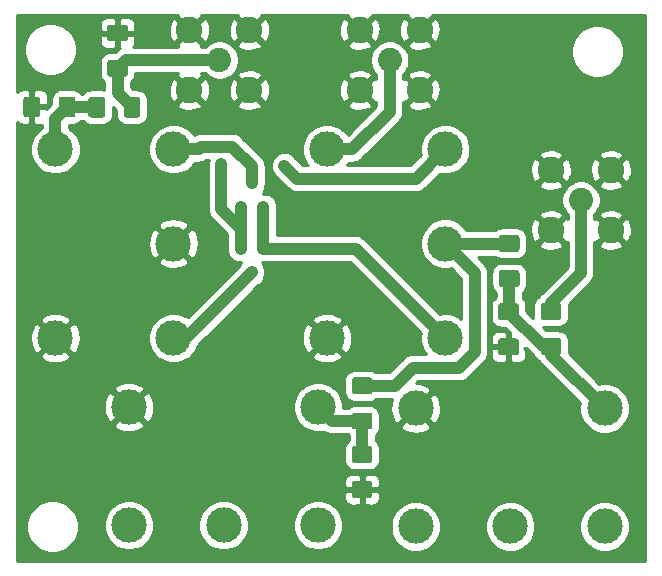
<source format=gbr>
G04 #@! TF.GenerationSoftware,KiCad,Pcbnew,(5.1.5)-3*
G04 #@! TF.CreationDate,2020-09-02T12:15:22+02:00*
G04 #@! TF.ProjectId,mixer,6d697865-722e-46b6-9963-61645f706362,rev?*
G04 #@! TF.SameCoordinates,Original*
G04 #@! TF.FileFunction,Copper,L1,Top*
G04 #@! TF.FilePolarity,Positive*
%FSLAX46Y46*%
G04 Gerber Fmt 4.6, Leading zero omitted, Abs format (unit mm)*
G04 Created by KiCad (PCBNEW (5.1.5)-3) date 2020-09-02 12:15:22*
%MOMM*%
%LPD*%
G04 APERTURE LIST*
%ADD10C,0.100000*%
%ADD11R,0.800000X0.900000*%
%ADD12C,2.050000*%
%ADD13C,2.250000*%
%ADD14C,3.000000*%
%ADD15C,0.800000*%
%ADD16C,1.000000*%
%ADD17C,0.254000*%
G04 APERTURE END LIST*
G04 #@! TA.AperFunction,SMDPad,CuDef*
D10*
G36*
X65044504Y-82206204D02*
G01*
X65068773Y-82209804D01*
X65092571Y-82215765D01*
X65115671Y-82224030D01*
X65137849Y-82234520D01*
X65158893Y-82247133D01*
X65178598Y-82261747D01*
X65196777Y-82278223D01*
X65213253Y-82296402D01*
X65227867Y-82316107D01*
X65240480Y-82337151D01*
X65250970Y-82359329D01*
X65259235Y-82382429D01*
X65265196Y-82406227D01*
X65268796Y-82430496D01*
X65270000Y-82455000D01*
X65270000Y-83705000D01*
X65268796Y-83729504D01*
X65265196Y-83753773D01*
X65259235Y-83777571D01*
X65250970Y-83800671D01*
X65240480Y-83822849D01*
X65227867Y-83843893D01*
X65213253Y-83863598D01*
X65196777Y-83881777D01*
X65178598Y-83898253D01*
X65158893Y-83912867D01*
X65137849Y-83925480D01*
X65115671Y-83935970D01*
X65092571Y-83944235D01*
X65068773Y-83950196D01*
X65044504Y-83953796D01*
X65020000Y-83955000D01*
X64095000Y-83955000D01*
X64070496Y-83953796D01*
X64046227Y-83950196D01*
X64022429Y-83944235D01*
X63999329Y-83935970D01*
X63977151Y-83925480D01*
X63956107Y-83912867D01*
X63936402Y-83898253D01*
X63918223Y-83881777D01*
X63901747Y-83863598D01*
X63887133Y-83843893D01*
X63874520Y-83822849D01*
X63864030Y-83800671D01*
X63855765Y-83777571D01*
X63849804Y-83753773D01*
X63846204Y-83729504D01*
X63845000Y-83705000D01*
X63845000Y-82455000D01*
X63846204Y-82430496D01*
X63849804Y-82406227D01*
X63855765Y-82382429D01*
X63864030Y-82359329D01*
X63874520Y-82337151D01*
X63887133Y-82316107D01*
X63901747Y-82296402D01*
X63918223Y-82278223D01*
X63936402Y-82261747D01*
X63956107Y-82247133D01*
X63977151Y-82234520D01*
X63999329Y-82224030D01*
X64022429Y-82215765D01*
X64046227Y-82209804D01*
X64070496Y-82206204D01*
X64095000Y-82205000D01*
X65020000Y-82205000D01*
X65044504Y-82206204D01*
G37*
G04 #@! TD.AperFunction*
G04 #@! TA.AperFunction,SMDPad,CuDef*
G36*
X62069504Y-82206204D02*
G01*
X62093773Y-82209804D01*
X62117571Y-82215765D01*
X62140671Y-82224030D01*
X62162849Y-82234520D01*
X62183893Y-82247133D01*
X62203598Y-82261747D01*
X62221777Y-82278223D01*
X62238253Y-82296402D01*
X62252867Y-82316107D01*
X62265480Y-82337151D01*
X62275970Y-82359329D01*
X62284235Y-82382429D01*
X62290196Y-82406227D01*
X62293796Y-82430496D01*
X62295000Y-82455000D01*
X62295000Y-83705000D01*
X62293796Y-83729504D01*
X62290196Y-83753773D01*
X62284235Y-83777571D01*
X62275970Y-83800671D01*
X62265480Y-83822849D01*
X62252867Y-83843893D01*
X62238253Y-83863598D01*
X62221777Y-83881777D01*
X62203598Y-83898253D01*
X62183893Y-83912867D01*
X62162849Y-83925480D01*
X62140671Y-83935970D01*
X62117571Y-83944235D01*
X62093773Y-83950196D01*
X62069504Y-83953796D01*
X62045000Y-83955000D01*
X61120000Y-83955000D01*
X61095496Y-83953796D01*
X61071227Y-83950196D01*
X61047429Y-83944235D01*
X61024329Y-83935970D01*
X61002151Y-83925480D01*
X60981107Y-83912867D01*
X60961402Y-83898253D01*
X60943223Y-83881777D01*
X60926747Y-83863598D01*
X60912133Y-83843893D01*
X60899520Y-83822849D01*
X60889030Y-83800671D01*
X60880765Y-83777571D01*
X60874804Y-83753773D01*
X60871204Y-83729504D01*
X60870000Y-83705000D01*
X60870000Y-82455000D01*
X60871204Y-82430496D01*
X60874804Y-82406227D01*
X60880765Y-82382429D01*
X60889030Y-82359329D01*
X60899520Y-82337151D01*
X60912133Y-82316107D01*
X60926747Y-82296402D01*
X60943223Y-82278223D01*
X60961402Y-82261747D01*
X60981107Y-82247133D01*
X61002151Y-82234520D01*
X61024329Y-82224030D01*
X61047429Y-82215765D01*
X61071227Y-82209804D01*
X61095496Y-82206204D01*
X61120000Y-82205000D01*
X62045000Y-82205000D01*
X62069504Y-82206204D01*
G37*
G04 #@! TD.AperFunction*
G04 #@! TA.AperFunction,SMDPad,CuDef*
G36*
X70544504Y-82226204D02*
G01*
X70568773Y-82229804D01*
X70592571Y-82235765D01*
X70615671Y-82244030D01*
X70637849Y-82254520D01*
X70658893Y-82267133D01*
X70678598Y-82281747D01*
X70696777Y-82298223D01*
X70713253Y-82316402D01*
X70727867Y-82336107D01*
X70740480Y-82357151D01*
X70750970Y-82379329D01*
X70759235Y-82402429D01*
X70765196Y-82426227D01*
X70768796Y-82450496D01*
X70770000Y-82475000D01*
X70770000Y-83725000D01*
X70768796Y-83749504D01*
X70765196Y-83773773D01*
X70759235Y-83797571D01*
X70750970Y-83820671D01*
X70740480Y-83842849D01*
X70727867Y-83863893D01*
X70713253Y-83883598D01*
X70696777Y-83901777D01*
X70678598Y-83918253D01*
X70658893Y-83932867D01*
X70637849Y-83945480D01*
X70615671Y-83955970D01*
X70592571Y-83964235D01*
X70568773Y-83970196D01*
X70544504Y-83973796D01*
X70520000Y-83975000D01*
X69595000Y-83975000D01*
X69570496Y-83973796D01*
X69546227Y-83970196D01*
X69522429Y-83964235D01*
X69499329Y-83955970D01*
X69477151Y-83945480D01*
X69456107Y-83932867D01*
X69436402Y-83918253D01*
X69418223Y-83901777D01*
X69401747Y-83883598D01*
X69387133Y-83863893D01*
X69374520Y-83842849D01*
X69364030Y-83820671D01*
X69355765Y-83797571D01*
X69349804Y-83773773D01*
X69346204Y-83749504D01*
X69345000Y-83725000D01*
X69345000Y-82475000D01*
X69346204Y-82450496D01*
X69349804Y-82426227D01*
X69355765Y-82402429D01*
X69364030Y-82379329D01*
X69374520Y-82357151D01*
X69387133Y-82336107D01*
X69401747Y-82316402D01*
X69418223Y-82298223D01*
X69436402Y-82281747D01*
X69456107Y-82267133D01*
X69477151Y-82254520D01*
X69499329Y-82244030D01*
X69522429Y-82235765D01*
X69546227Y-82229804D01*
X69570496Y-82226204D01*
X69595000Y-82225000D01*
X70520000Y-82225000D01*
X70544504Y-82226204D01*
G37*
G04 #@! TD.AperFunction*
G04 #@! TA.AperFunction,SMDPad,CuDef*
G36*
X67569504Y-82226204D02*
G01*
X67593773Y-82229804D01*
X67617571Y-82235765D01*
X67640671Y-82244030D01*
X67662849Y-82254520D01*
X67683893Y-82267133D01*
X67703598Y-82281747D01*
X67721777Y-82298223D01*
X67738253Y-82316402D01*
X67752867Y-82336107D01*
X67765480Y-82357151D01*
X67775970Y-82379329D01*
X67784235Y-82402429D01*
X67790196Y-82426227D01*
X67793796Y-82450496D01*
X67795000Y-82475000D01*
X67795000Y-83725000D01*
X67793796Y-83749504D01*
X67790196Y-83773773D01*
X67784235Y-83797571D01*
X67775970Y-83820671D01*
X67765480Y-83842849D01*
X67752867Y-83863893D01*
X67738253Y-83883598D01*
X67721777Y-83901777D01*
X67703598Y-83918253D01*
X67683893Y-83932867D01*
X67662849Y-83945480D01*
X67640671Y-83955970D01*
X67617571Y-83964235D01*
X67593773Y-83970196D01*
X67569504Y-83973796D01*
X67545000Y-83975000D01*
X66620000Y-83975000D01*
X66595496Y-83973796D01*
X66571227Y-83970196D01*
X66547429Y-83964235D01*
X66524329Y-83955970D01*
X66502151Y-83945480D01*
X66481107Y-83932867D01*
X66461402Y-83918253D01*
X66443223Y-83901777D01*
X66426747Y-83883598D01*
X66412133Y-83863893D01*
X66399520Y-83842849D01*
X66389030Y-83820671D01*
X66380765Y-83797571D01*
X66374804Y-83773773D01*
X66371204Y-83749504D01*
X66370000Y-83725000D01*
X66370000Y-82475000D01*
X66371204Y-82450496D01*
X66374804Y-82426227D01*
X66380765Y-82402429D01*
X66389030Y-82379329D01*
X66399520Y-82357151D01*
X66412133Y-82336107D01*
X66426747Y-82316402D01*
X66443223Y-82298223D01*
X66461402Y-82281747D01*
X66481107Y-82267133D01*
X66502151Y-82254520D01*
X66524329Y-82244030D01*
X66547429Y-82235765D01*
X66571227Y-82229804D01*
X66595496Y-82226204D01*
X66620000Y-82225000D01*
X67545000Y-82225000D01*
X67569504Y-82226204D01*
G37*
G04 #@! TD.AperFunction*
G04 #@! TA.AperFunction,SMDPad,CuDef*
G36*
X69489504Y-79086204D02*
G01*
X69513773Y-79089804D01*
X69537571Y-79095765D01*
X69560671Y-79104030D01*
X69582849Y-79114520D01*
X69603893Y-79127133D01*
X69623598Y-79141747D01*
X69641777Y-79158223D01*
X69658253Y-79176402D01*
X69672867Y-79196107D01*
X69685480Y-79217151D01*
X69695970Y-79239329D01*
X69704235Y-79262429D01*
X69710196Y-79286227D01*
X69713796Y-79310496D01*
X69715000Y-79335000D01*
X69715000Y-80260000D01*
X69713796Y-80284504D01*
X69710196Y-80308773D01*
X69704235Y-80332571D01*
X69695970Y-80355671D01*
X69685480Y-80377849D01*
X69672867Y-80398893D01*
X69658253Y-80418598D01*
X69641777Y-80436777D01*
X69623598Y-80453253D01*
X69603893Y-80467867D01*
X69582849Y-80480480D01*
X69560671Y-80490970D01*
X69537571Y-80499235D01*
X69513773Y-80505196D01*
X69489504Y-80508796D01*
X69465000Y-80510000D01*
X68215000Y-80510000D01*
X68190496Y-80508796D01*
X68166227Y-80505196D01*
X68142429Y-80499235D01*
X68119329Y-80490970D01*
X68097151Y-80480480D01*
X68076107Y-80467867D01*
X68056402Y-80453253D01*
X68038223Y-80436777D01*
X68021747Y-80418598D01*
X68007133Y-80398893D01*
X67994520Y-80377849D01*
X67984030Y-80355671D01*
X67975765Y-80332571D01*
X67969804Y-80308773D01*
X67966204Y-80284504D01*
X67965000Y-80260000D01*
X67965000Y-79335000D01*
X67966204Y-79310496D01*
X67969804Y-79286227D01*
X67975765Y-79262429D01*
X67984030Y-79239329D01*
X67994520Y-79217151D01*
X68007133Y-79196107D01*
X68021747Y-79176402D01*
X68038223Y-79158223D01*
X68056402Y-79141747D01*
X68076107Y-79127133D01*
X68097151Y-79114520D01*
X68119329Y-79104030D01*
X68142429Y-79095765D01*
X68166227Y-79089804D01*
X68190496Y-79086204D01*
X68215000Y-79085000D01*
X69465000Y-79085000D01*
X69489504Y-79086204D01*
G37*
G04 #@! TD.AperFunction*
G04 #@! TA.AperFunction,SMDPad,CuDef*
G36*
X69489504Y-76111204D02*
G01*
X69513773Y-76114804D01*
X69537571Y-76120765D01*
X69560671Y-76129030D01*
X69582849Y-76139520D01*
X69603893Y-76152133D01*
X69623598Y-76166747D01*
X69641777Y-76183223D01*
X69658253Y-76201402D01*
X69672867Y-76221107D01*
X69685480Y-76242151D01*
X69695970Y-76264329D01*
X69704235Y-76287429D01*
X69710196Y-76311227D01*
X69713796Y-76335496D01*
X69715000Y-76360000D01*
X69715000Y-77285000D01*
X69713796Y-77309504D01*
X69710196Y-77333773D01*
X69704235Y-77357571D01*
X69695970Y-77380671D01*
X69685480Y-77402849D01*
X69672867Y-77423893D01*
X69658253Y-77443598D01*
X69641777Y-77461777D01*
X69623598Y-77478253D01*
X69603893Y-77492867D01*
X69582849Y-77505480D01*
X69560671Y-77515970D01*
X69537571Y-77524235D01*
X69513773Y-77530196D01*
X69489504Y-77533796D01*
X69465000Y-77535000D01*
X68215000Y-77535000D01*
X68190496Y-77533796D01*
X68166227Y-77530196D01*
X68142429Y-77524235D01*
X68119329Y-77515970D01*
X68097151Y-77505480D01*
X68076107Y-77492867D01*
X68056402Y-77478253D01*
X68038223Y-77461777D01*
X68021747Y-77443598D01*
X68007133Y-77423893D01*
X67994520Y-77402849D01*
X67984030Y-77380671D01*
X67975765Y-77357571D01*
X67969804Y-77333773D01*
X67966204Y-77309504D01*
X67965000Y-77285000D01*
X67965000Y-76360000D01*
X67966204Y-76335496D01*
X67969804Y-76311227D01*
X67975765Y-76287429D01*
X67984030Y-76264329D01*
X67994520Y-76242151D01*
X68007133Y-76221107D01*
X68021747Y-76201402D01*
X68038223Y-76183223D01*
X68056402Y-76166747D01*
X68076107Y-76152133D01*
X68097151Y-76139520D01*
X68119329Y-76129030D01*
X68142429Y-76120765D01*
X68166227Y-76114804D01*
X68190496Y-76111204D01*
X68215000Y-76110000D01*
X69465000Y-76110000D01*
X69489504Y-76111204D01*
G37*
G04 #@! TD.AperFunction*
G04 #@! TA.AperFunction,SMDPad,CuDef*
G36*
X106189044Y-102637824D02*
G01*
X106213313Y-102641424D01*
X106237111Y-102647385D01*
X106260211Y-102655650D01*
X106282389Y-102666140D01*
X106303433Y-102678753D01*
X106323138Y-102693367D01*
X106341317Y-102709843D01*
X106357793Y-102728022D01*
X106372407Y-102747727D01*
X106385020Y-102768771D01*
X106395510Y-102790949D01*
X106403775Y-102814049D01*
X106409736Y-102837847D01*
X106413336Y-102862116D01*
X106414540Y-102886620D01*
X106414540Y-103811620D01*
X106413336Y-103836124D01*
X106409736Y-103860393D01*
X106403775Y-103884191D01*
X106395510Y-103907291D01*
X106385020Y-103929469D01*
X106372407Y-103950513D01*
X106357793Y-103970218D01*
X106341317Y-103988397D01*
X106323138Y-104004873D01*
X106303433Y-104019487D01*
X106282389Y-104032100D01*
X106260211Y-104042590D01*
X106237111Y-104050855D01*
X106213313Y-104056816D01*
X106189044Y-104060416D01*
X106164540Y-104061620D01*
X104914540Y-104061620D01*
X104890036Y-104060416D01*
X104865767Y-104056816D01*
X104841969Y-104050855D01*
X104818869Y-104042590D01*
X104796691Y-104032100D01*
X104775647Y-104019487D01*
X104755942Y-104004873D01*
X104737763Y-103988397D01*
X104721287Y-103970218D01*
X104706673Y-103950513D01*
X104694060Y-103929469D01*
X104683570Y-103907291D01*
X104675305Y-103884191D01*
X104669344Y-103860393D01*
X104665744Y-103836124D01*
X104664540Y-103811620D01*
X104664540Y-102886620D01*
X104665744Y-102862116D01*
X104669344Y-102837847D01*
X104675305Y-102814049D01*
X104683570Y-102790949D01*
X104694060Y-102768771D01*
X104706673Y-102747727D01*
X104721287Y-102728022D01*
X104737763Y-102709843D01*
X104755942Y-102693367D01*
X104775647Y-102678753D01*
X104796691Y-102666140D01*
X104818869Y-102655650D01*
X104841969Y-102647385D01*
X104865767Y-102641424D01*
X104890036Y-102637824D01*
X104914540Y-102636620D01*
X106164540Y-102636620D01*
X106189044Y-102637824D01*
G37*
G04 #@! TD.AperFunction*
G04 #@! TA.AperFunction,SMDPad,CuDef*
G36*
X106189044Y-99662824D02*
G01*
X106213313Y-99666424D01*
X106237111Y-99672385D01*
X106260211Y-99680650D01*
X106282389Y-99691140D01*
X106303433Y-99703753D01*
X106323138Y-99718367D01*
X106341317Y-99734843D01*
X106357793Y-99753022D01*
X106372407Y-99772727D01*
X106385020Y-99793771D01*
X106395510Y-99815949D01*
X106403775Y-99839049D01*
X106409736Y-99862847D01*
X106413336Y-99887116D01*
X106414540Y-99911620D01*
X106414540Y-100836620D01*
X106413336Y-100861124D01*
X106409736Y-100885393D01*
X106403775Y-100909191D01*
X106395510Y-100932291D01*
X106385020Y-100954469D01*
X106372407Y-100975513D01*
X106357793Y-100995218D01*
X106341317Y-101013397D01*
X106323138Y-101029873D01*
X106303433Y-101044487D01*
X106282389Y-101057100D01*
X106260211Y-101067590D01*
X106237111Y-101075855D01*
X106213313Y-101081816D01*
X106189044Y-101085416D01*
X106164540Y-101086620D01*
X104914540Y-101086620D01*
X104890036Y-101085416D01*
X104865767Y-101081816D01*
X104841969Y-101075855D01*
X104818869Y-101067590D01*
X104796691Y-101057100D01*
X104775647Y-101044487D01*
X104755942Y-101029873D01*
X104737763Y-101013397D01*
X104721287Y-100995218D01*
X104706673Y-100975513D01*
X104694060Y-100954469D01*
X104683570Y-100932291D01*
X104675305Y-100909191D01*
X104669344Y-100885393D01*
X104665744Y-100861124D01*
X104664540Y-100836620D01*
X104664540Y-99911620D01*
X104665744Y-99887116D01*
X104669344Y-99862847D01*
X104675305Y-99839049D01*
X104683570Y-99815949D01*
X104694060Y-99793771D01*
X104706673Y-99772727D01*
X104721287Y-99753022D01*
X104737763Y-99734843D01*
X104755942Y-99718367D01*
X104775647Y-99703753D01*
X104796691Y-99691140D01*
X104818869Y-99680650D01*
X104841969Y-99672385D01*
X104865767Y-99666424D01*
X104890036Y-99662824D01*
X104914540Y-99661620D01*
X106164540Y-99661620D01*
X106189044Y-99662824D01*
G37*
G04 #@! TD.AperFunction*
G04 #@! TA.AperFunction,SMDPad,CuDef*
G36*
X102584784Y-99703464D02*
G01*
X102609053Y-99707064D01*
X102632851Y-99713025D01*
X102655951Y-99721290D01*
X102678129Y-99731780D01*
X102699173Y-99744393D01*
X102718878Y-99759007D01*
X102737057Y-99775483D01*
X102753533Y-99793662D01*
X102768147Y-99813367D01*
X102780760Y-99834411D01*
X102791250Y-99856589D01*
X102799515Y-99879689D01*
X102805476Y-99903487D01*
X102809076Y-99927756D01*
X102810280Y-99952260D01*
X102810280Y-100877260D01*
X102809076Y-100901764D01*
X102805476Y-100926033D01*
X102799515Y-100949831D01*
X102791250Y-100972931D01*
X102780760Y-100995109D01*
X102768147Y-101016153D01*
X102753533Y-101035858D01*
X102737057Y-101054037D01*
X102718878Y-101070513D01*
X102699173Y-101085127D01*
X102678129Y-101097740D01*
X102655951Y-101108230D01*
X102632851Y-101116495D01*
X102609053Y-101122456D01*
X102584784Y-101126056D01*
X102560280Y-101127260D01*
X101310280Y-101127260D01*
X101285776Y-101126056D01*
X101261507Y-101122456D01*
X101237709Y-101116495D01*
X101214609Y-101108230D01*
X101192431Y-101097740D01*
X101171387Y-101085127D01*
X101151682Y-101070513D01*
X101133503Y-101054037D01*
X101117027Y-101035858D01*
X101102413Y-101016153D01*
X101089800Y-100995109D01*
X101079310Y-100972931D01*
X101071045Y-100949831D01*
X101065084Y-100926033D01*
X101061484Y-100901764D01*
X101060280Y-100877260D01*
X101060280Y-99952260D01*
X101061484Y-99927756D01*
X101065084Y-99903487D01*
X101071045Y-99879689D01*
X101079310Y-99856589D01*
X101089800Y-99834411D01*
X101102413Y-99813367D01*
X101117027Y-99793662D01*
X101133503Y-99775483D01*
X101151682Y-99759007D01*
X101171387Y-99744393D01*
X101192431Y-99731780D01*
X101214609Y-99721290D01*
X101237709Y-99713025D01*
X101261507Y-99707064D01*
X101285776Y-99703464D01*
X101310280Y-99702260D01*
X102560280Y-99702260D01*
X102584784Y-99703464D01*
G37*
G04 #@! TD.AperFunction*
G04 #@! TA.AperFunction,SMDPad,CuDef*
G36*
X102584784Y-102678464D02*
G01*
X102609053Y-102682064D01*
X102632851Y-102688025D01*
X102655951Y-102696290D01*
X102678129Y-102706780D01*
X102699173Y-102719393D01*
X102718878Y-102734007D01*
X102737057Y-102750483D01*
X102753533Y-102768662D01*
X102768147Y-102788367D01*
X102780760Y-102809411D01*
X102791250Y-102831589D01*
X102799515Y-102854689D01*
X102805476Y-102878487D01*
X102809076Y-102902756D01*
X102810280Y-102927260D01*
X102810280Y-103852260D01*
X102809076Y-103876764D01*
X102805476Y-103901033D01*
X102799515Y-103924831D01*
X102791250Y-103947931D01*
X102780760Y-103970109D01*
X102768147Y-103991153D01*
X102753533Y-104010858D01*
X102737057Y-104029037D01*
X102718878Y-104045513D01*
X102699173Y-104060127D01*
X102678129Y-104072740D01*
X102655951Y-104083230D01*
X102632851Y-104091495D01*
X102609053Y-104097456D01*
X102584784Y-104101056D01*
X102560280Y-104102260D01*
X101310280Y-104102260D01*
X101285776Y-104101056D01*
X101261507Y-104097456D01*
X101237709Y-104091495D01*
X101214609Y-104083230D01*
X101192431Y-104072740D01*
X101171387Y-104060127D01*
X101151682Y-104045513D01*
X101133503Y-104029037D01*
X101117027Y-104010858D01*
X101102413Y-103991153D01*
X101089800Y-103970109D01*
X101079310Y-103947931D01*
X101071045Y-103924831D01*
X101065084Y-103901033D01*
X101061484Y-103876764D01*
X101060280Y-103852260D01*
X101060280Y-102927260D01*
X101061484Y-102902756D01*
X101065084Y-102878487D01*
X101071045Y-102854689D01*
X101079310Y-102831589D01*
X101089800Y-102809411D01*
X101102413Y-102788367D01*
X101117027Y-102768662D01*
X101133503Y-102750483D01*
X101151682Y-102734007D01*
X101171387Y-102719393D01*
X101192431Y-102706780D01*
X101214609Y-102696290D01*
X101237709Y-102688025D01*
X101261507Y-102682064D01*
X101285776Y-102678464D01*
X101310280Y-102677260D01*
X102560280Y-102677260D01*
X102584784Y-102678464D01*
G37*
G04 #@! TD.AperFunction*
G04 #@! TA.AperFunction,SMDPad,CuDef*
G36*
X90199744Y-111786244D02*
G01*
X90224013Y-111789844D01*
X90247811Y-111795805D01*
X90270911Y-111804070D01*
X90293089Y-111814560D01*
X90314133Y-111827173D01*
X90333838Y-111841787D01*
X90352017Y-111858263D01*
X90368493Y-111876442D01*
X90383107Y-111896147D01*
X90395720Y-111917191D01*
X90406210Y-111939369D01*
X90414475Y-111962469D01*
X90420436Y-111986267D01*
X90424036Y-112010536D01*
X90425240Y-112035040D01*
X90425240Y-112960040D01*
X90424036Y-112984544D01*
X90420436Y-113008813D01*
X90414475Y-113032611D01*
X90406210Y-113055711D01*
X90395720Y-113077889D01*
X90383107Y-113098933D01*
X90368493Y-113118638D01*
X90352017Y-113136817D01*
X90333838Y-113153293D01*
X90314133Y-113167907D01*
X90293089Y-113180520D01*
X90270911Y-113191010D01*
X90247811Y-113199275D01*
X90224013Y-113205236D01*
X90199744Y-113208836D01*
X90175240Y-113210040D01*
X88925240Y-113210040D01*
X88900736Y-113208836D01*
X88876467Y-113205236D01*
X88852669Y-113199275D01*
X88829569Y-113191010D01*
X88807391Y-113180520D01*
X88786347Y-113167907D01*
X88766642Y-113153293D01*
X88748463Y-113136817D01*
X88731987Y-113118638D01*
X88717373Y-113098933D01*
X88704760Y-113077889D01*
X88694270Y-113055711D01*
X88686005Y-113032611D01*
X88680044Y-113008813D01*
X88676444Y-112984544D01*
X88675240Y-112960040D01*
X88675240Y-112035040D01*
X88676444Y-112010536D01*
X88680044Y-111986267D01*
X88686005Y-111962469D01*
X88694270Y-111939369D01*
X88704760Y-111917191D01*
X88717373Y-111896147D01*
X88731987Y-111876442D01*
X88748463Y-111858263D01*
X88766642Y-111841787D01*
X88786347Y-111827173D01*
X88807391Y-111814560D01*
X88829569Y-111804070D01*
X88852669Y-111795805D01*
X88876467Y-111789844D01*
X88900736Y-111786244D01*
X88925240Y-111785040D01*
X90175240Y-111785040D01*
X90199744Y-111786244D01*
G37*
G04 #@! TD.AperFunction*
G04 #@! TA.AperFunction,SMDPad,CuDef*
G36*
X90199744Y-114761244D02*
G01*
X90224013Y-114764844D01*
X90247811Y-114770805D01*
X90270911Y-114779070D01*
X90293089Y-114789560D01*
X90314133Y-114802173D01*
X90333838Y-114816787D01*
X90352017Y-114833263D01*
X90368493Y-114851442D01*
X90383107Y-114871147D01*
X90395720Y-114892191D01*
X90406210Y-114914369D01*
X90414475Y-114937469D01*
X90420436Y-114961267D01*
X90424036Y-114985536D01*
X90425240Y-115010040D01*
X90425240Y-115935040D01*
X90424036Y-115959544D01*
X90420436Y-115983813D01*
X90414475Y-116007611D01*
X90406210Y-116030711D01*
X90395720Y-116052889D01*
X90383107Y-116073933D01*
X90368493Y-116093638D01*
X90352017Y-116111817D01*
X90333838Y-116128293D01*
X90314133Y-116142907D01*
X90293089Y-116155520D01*
X90270911Y-116166010D01*
X90247811Y-116174275D01*
X90224013Y-116180236D01*
X90199744Y-116183836D01*
X90175240Y-116185040D01*
X88925240Y-116185040D01*
X88900736Y-116183836D01*
X88876467Y-116180236D01*
X88852669Y-116174275D01*
X88829569Y-116166010D01*
X88807391Y-116155520D01*
X88786347Y-116142907D01*
X88766642Y-116128293D01*
X88748463Y-116111817D01*
X88731987Y-116093638D01*
X88717373Y-116073933D01*
X88704760Y-116052889D01*
X88694270Y-116030711D01*
X88686005Y-116007611D01*
X88680044Y-115983813D01*
X88676444Y-115959544D01*
X88675240Y-115935040D01*
X88675240Y-115010040D01*
X88676444Y-114985536D01*
X88680044Y-114961267D01*
X88686005Y-114937469D01*
X88694270Y-114914369D01*
X88704760Y-114892191D01*
X88717373Y-114871147D01*
X88731987Y-114851442D01*
X88748463Y-114833263D01*
X88766642Y-114816787D01*
X88786347Y-114802173D01*
X88807391Y-114789560D01*
X88829569Y-114779070D01*
X88852669Y-114770805D01*
X88876467Y-114764844D01*
X88900736Y-114761244D01*
X88925240Y-114760040D01*
X90175240Y-114760040D01*
X90199744Y-114761244D01*
G37*
G04 #@! TD.AperFunction*
G04 #@! TA.AperFunction,SMDPad,CuDef*
G36*
X102648284Y-96889804D02*
G01*
X102672553Y-96893404D01*
X102696351Y-96899365D01*
X102719451Y-96907630D01*
X102741629Y-96918120D01*
X102762673Y-96930733D01*
X102782378Y-96945347D01*
X102800557Y-96961823D01*
X102817033Y-96980002D01*
X102831647Y-96999707D01*
X102844260Y-97020751D01*
X102854750Y-97042929D01*
X102863015Y-97066029D01*
X102868976Y-97089827D01*
X102872576Y-97114096D01*
X102873780Y-97138600D01*
X102873780Y-98063600D01*
X102872576Y-98088104D01*
X102868976Y-98112373D01*
X102863015Y-98136171D01*
X102854750Y-98159271D01*
X102844260Y-98181449D01*
X102831647Y-98202493D01*
X102817033Y-98222198D01*
X102800557Y-98240377D01*
X102782378Y-98256853D01*
X102762673Y-98271467D01*
X102741629Y-98284080D01*
X102719451Y-98294570D01*
X102696351Y-98302835D01*
X102672553Y-98308796D01*
X102648284Y-98312396D01*
X102623780Y-98313600D01*
X101373780Y-98313600D01*
X101349276Y-98312396D01*
X101325007Y-98308796D01*
X101301209Y-98302835D01*
X101278109Y-98294570D01*
X101255931Y-98284080D01*
X101234887Y-98271467D01*
X101215182Y-98256853D01*
X101197003Y-98240377D01*
X101180527Y-98222198D01*
X101165913Y-98202493D01*
X101153300Y-98181449D01*
X101142810Y-98159271D01*
X101134545Y-98136171D01*
X101128584Y-98112373D01*
X101124984Y-98088104D01*
X101123780Y-98063600D01*
X101123780Y-97138600D01*
X101124984Y-97114096D01*
X101128584Y-97089827D01*
X101134545Y-97066029D01*
X101142810Y-97042929D01*
X101153300Y-97020751D01*
X101165913Y-96999707D01*
X101180527Y-96980002D01*
X101197003Y-96961823D01*
X101215182Y-96945347D01*
X101234887Y-96930733D01*
X101255931Y-96918120D01*
X101278109Y-96907630D01*
X101301209Y-96899365D01*
X101325007Y-96893404D01*
X101349276Y-96889804D01*
X101373780Y-96888600D01*
X102623780Y-96888600D01*
X102648284Y-96889804D01*
G37*
G04 #@! TD.AperFunction*
G04 #@! TA.AperFunction,SMDPad,CuDef*
G36*
X102648284Y-93914804D02*
G01*
X102672553Y-93918404D01*
X102696351Y-93924365D01*
X102719451Y-93932630D01*
X102741629Y-93943120D01*
X102762673Y-93955733D01*
X102782378Y-93970347D01*
X102800557Y-93986823D01*
X102817033Y-94005002D01*
X102831647Y-94024707D01*
X102844260Y-94045751D01*
X102854750Y-94067929D01*
X102863015Y-94091029D01*
X102868976Y-94114827D01*
X102872576Y-94139096D01*
X102873780Y-94163600D01*
X102873780Y-95088600D01*
X102872576Y-95113104D01*
X102868976Y-95137373D01*
X102863015Y-95161171D01*
X102854750Y-95184271D01*
X102844260Y-95206449D01*
X102831647Y-95227493D01*
X102817033Y-95247198D01*
X102800557Y-95265377D01*
X102782378Y-95281853D01*
X102762673Y-95296467D01*
X102741629Y-95309080D01*
X102719451Y-95319570D01*
X102696351Y-95327835D01*
X102672553Y-95333796D01*
X102648284Y-95337396D01*
X102623780Y-95338600D01*
X101373780Y-95338600D01*
X101349276Y-95337396D01*
X101325007Y-95333796D01*
X101301209Y-95327835D01*
X101278109Y-95319570D01*
X101255931Y-95309080D01*
X101234887Y-95296467D01*
X101215182Y-95281853D01*
X101197003Y-95265377D01*
X101180527Y-95247198D01*
X101165913Y-95227493D01*
X101153300Y-95206449D01*
X101142810Y-95184271D01*
X101134545Y-95161171D01*
X101128584Y-95137373D01*
X101124984Y-95113104D01*
X101123780Y-95088600D01*
X101123780Y-94163600D01*
X101124984Y-94139096D01*
X101128584Y-94114827D01*
X101134545Y-94091029D01*
X101142810Y-94067929D01*
X101153300Y-94045751D01*
X101165913Y-94024707D01*
X101180527Y-94005002D01*
X101197003Y-93986823D01*
X101215182Y-93970347D01*
X101234887Y-93955733D01*
X101255931Y-93943120D01*
X101278109Y-93932630D01*
X101301209Y-93924365D01*
X101325007Y-93918404D01*
X101349276Y-93914804D01*
X101373780Y-93913600D01*
X102623780Y-93913600D01*
X102648284Y-93914804D01*
G37*
G04 #@! TD.AperFunction*
D11*
X81155580Y-95080580D03*
X79255580Y-95080580D03*
X80205580Y-97080580D03*
X80246220Y-89558620D03*
X81196220Y-91558620D03*
X79296220Y-91558620D03*
D12*
X77470000Y-79110000D03*
D13*
X80010000Y-81650000D03*
X80010000Y-76570000D03*
X74930000Y-76570000D03*
X74930000Y-81650000D03*
X89340000Y-81650000D03*
X89340000Y-76570000D03*
X94420000Y-76570000D03*
X94420000Y-81650000D03*
D12*
X91880000Y-79110000D03*
X108074460Y-90965020D03*
D13*
X110614460Y-93505020D03*
X110614460Y-88425020D03*
X105534460Y-88425020D03*
X105534460Y-93505020D03*
D14*
X85813900Y-108491020D03*
X69813900Y-108491020D03*
X85813900Y-118491020D03*
X77813900Y-118491020D03*
X69813900Y-118491020D03*
X94086140Y-118600240D03*
X102086140Y-118600240D03*
X110086140Y-118600240D03*
X94086140Y-108600240D03*
X110086140Y-108600240D03*
G04 #@! TA.AperFunction,SMDPad,CuDef*
D10*
G36*
X90199744Y-105984884D02*
G01*
X90224013Y-105988484D01*
X90247811Y-105994445D01*
X90270911Y-106002710D01*
X90293089Y-106013200D01*
X90314133Y-106025813D01*
X90333838Y-106040427D01*
X90352017Y-106056903D01*
X90368493Y-106075082D01*
X90383107Y-106094787D01*
X90395720Y-106115831D01*
X90406210Y-106138009D01*
X90414475Y-106161109D01*
X90420436Y-106184907D01*
X90424036Y-106209176D01*
X90425240Y-106233680D01*
X90425240Y-107158680D01*
X90424036Y-107183184D01*
X90420436Y-107207453D01*
X90414475Y-107231251D01*
X90406210Y-107254351D01*
X90395720Y-107276529D01*
X90383107Y-107297573D01*
X90368493Y-107317278D01*
X90352017Y-107335457D01*
X90333838Y-107351933D01*
X90314133Y-107366547D01*
X90293089Y-107379160D01*
X90270911Y-107389650D01*
X90247811Y-107397915D01*
X90224013Y-107403876D01*
X90199744Y-107407476D01*
X90175240Y-107408680D01*
X88925240Y-107408680D01*
X88900736Y-107407476D01*
X88876467Y-107403876D01*
X88852669Y-107397915D01*
X88829569Y-107389650D01*
X88807391Y-107379160D01*
X88786347Y-107366547D01*
X88766642Y-107351933D01*
X88748463Y-107335457D01*
X88731987Y-107317278D01*
X88717373Y-107297573D01*
X88704760Y-107276529D01*
X88694270Y-107254351D01*
X88686005Y-107231251D01*
X88680044Y-107207453D01*
X88676444Y-107183184D01*
X88675240Y-107158680D01*
X88675240Y-106233680D01*
X88676444Y-106209176D01*
X88680044Y-106184907D01*
X88686005Y-106161109D01*
X88694270Y-106138009D01*
X88704760Y-106115831D01*
X88717373Y-106094787D01*
X88731987Y-106075082D01*
X88748463Y-106056903D01*
X88766642Y-106040427D01*
X88786347Y-106025813D01*
X88807391Y-106013200D01*
X88829569Y-106002710D01*
X88852669Y-105994445D01*
X88876467Y-105988484D01*
X88900736Y-105984884D01*
X88925240Y-105983680D01*
X90175240Y-105983680D01*
X90199744Y-105984884D01*
G37*
G04 #@! TD.AperFunction*
G04 #@! TA.AperFunction,SMDPad,CuDef*
G36*
X90199744Y-108959884D02*
G01*
X90224013Y-108963484D01*
X90247811Y-108969445D01*
X90270911Y-108977710D01*
X90293089Y-108988200D01*
X90314133Y-109000813D01*
X90333838Y-109015427D01*
X90352017Y-109031903D01*
X90368493Y-109050082D01*
X90383107Y-109069787D01*
X90395720Y-109090831D01*
X90406210Y-109113009D01*
X90414475Y-109136109D01*
X90420436Y-109159907D01*
X90424036Y-109184176D01*
X90425240Y-109208680D01*
X90425240Y-110133680D01*
X90424036Y-110158184D01*
X90420436Y-110182453D01*
X90414475Y-110206251D01*
X90406210Y-110229351D01*
X90395720Y-110251529D01*
X90383107Y-110272573D01*
X90368493Y-110292278D01*
X90352017Y-110310457D01*
X90333838Y-110326933D01*
X90314133Y-110341547D01*
X90293089Y-110354160D01*
X90270911Y-110364650D01*
X90247811Y-110372915D01*
X90224013Y-110378876D01*
X90199744Y-110382476D01*
X90175240Y-110383680D01*
X88925240Y-110383680D01*
X88900736Y-110382476D01*
X88876467Y-110378876D01*
X88852669Y-110372915D01*
X88829569Y-110364650D01*
X88807391Y-110354160D01*
X88786347Y-110341547D01*
X88766642Y-110326933D01*
X88748463Y-110310457D01*
X88731987Y-110292278D01*
X88717373Y-110272573D01*
X88704760Y-110251529D01*
X88694270Y-110229351D01*
X88686005Y-110206251D01*
X88680044Y-110182453D01*
X88676444Y-110158184D01*
X88675240Y-110133680D01*
X88675240Y-109208680D01*
X88676444Y-109184176D01*
X88680044Y-109159907D01*
X88686005Y-109136109D01*
X88694270Y-109113009D01*
X88704760Y-109090831D01*
X88717373Y-109069787D01*
X88731987Y-109050082D01*
X88748463Y-109031903D01*
X88766642Y-109015427D01*
X88786347Y-109000813D01*
X88807391Y-108988200D01*
X88829569Y-108977710D01*
X88852669Y-108969445D01*
X88876467Y-108963484D01*
X88900736Y-108959884D01*
X88925240Y-108958680D01*
X90175240Y-108958680D01*
X90199744Y-108959884D01*
G37*
G04 #@! TD.AperFunction*
D14*
X63573660Y-86652100D03*
X63573660Y-102652100D03*
X73573660Y-86652100D03*
X73573660Y-94652100D03*
X73573660Y-102652100D03*
X96580980Y-102652100D03*
X96580980Y-94652100D03*
X96580980Y-86652100D03*
X86580980Y-102652100D03*
X86580980Y-86652100D03*
D15*
X82984340Y-90726260D03*
X60934600Y-114338100D03*
X60840620Y-109141260D03*
X63555880Y-109186980D03*
X63510160Y-114198400D03*
X65991740Y-114292380D03*
X65943480Y-109186980D03*
X89766140Y-120307100D03*
X89766140Y-117589300D03*
X78679040Y-101500940D03*
X81488280Y-101500940D03*
X83545680Y-83766660D03*
X109311440Y-104221280D03*
X109265720Y-101506020D03*
X109265720Y-98930460D03*
X111747300Y-104269540D03*
X111699040Y-101739700D03*
X111793020Y-98884740D03*
X83820000Y-76200000D03*
X83820000Y-78740000D03*
X83820000Y-81280000D03*
X86360000Y-81280000D03*
X86360000Y-78740000D03*
X86360000Y-76200000D03*
X99060000Y-76200000D03*
X99060000Y-80010000D03*
X99060000Y-83820000D03*
X101600000Y-83820000D03*
X101600000Y-80010000D03*
X101600000Y-76200000D03*
X104140000Y-76200000D03*
X104140000Y-80010000D03*
X104140000Y-83820000D03*
X106680000Y-83820000D03*
X109220000Y-83820000D03*
X111760000Y-83820000D03*
X101600000Y-91440000D03*
X101600000Y-88900000D03*
X101600000Y-86360000D03*
X77619860Y-87932260D03*
X82964020Y-88049100D03*
D16*
X91880000Y-80559568D02*
X91880000Y-79110000D01*
X91880000Y-83474400D02*
X91880000Y-80559568D01*
X88702300Y-86652100D02*
X91880000Y-83474400D01*
X86580980Y-86652100D02*
X88702300Y-86652100D01*
X89550240Y-112497540D02*
X89550240Y-109671180D01*
X86994060Y-109671180D02*
X85813900Y-108491020D01*
X89550240Y-109671180D02*
X86994060Y-109671180D01*
X101998780Y-100351260D02*
X101935280Y-100414760D01*
X101998780Y-97601100D02*
X101998780Y-100351260D01*
X104869640Y-103349120D02*
X101935280Y-100414760D01*
X105539540Y-103349120D02*
X104869640Y-103349120D01*
X105539540Y-104053640D02*
X110086140Y-108600240D01*
X105539540Y-103349120D02*
X105539540Y-104053640D01*
X101972780Y-94652100D02*
X101998780Y-94626100D01*
X96580980Y-94652100D02*
X101972780Y-94652100D01*
X98080979Y-96152099D02*
X96580980Y-94652100D01*
X99080981Y-97152101D02*
X98080979Y-96152099D01*
X97780981Y-105152101D02*
X99080981Y-103852101D01*
X99080981Y-103852101D02*
X99080981Y-97152101D01*
X93834277Y-105152101D02*
X97780981Y-105152101D01*
X92290198Y-106696180D02*
X93834277Y-105152101D01*
X89550240Y-106696180D02*
X92290198Y-106696180D01*
X89009460Y-95080580D02*
X96580980Y-102652100D01*
X81155580Y-95080580D02*
X89009460Y-95080580D01*
X81196220Y-95039940D02*
X81155580Y-95080580D01*
X81196220Y-91558620D02*
X81196220Y-95039940D01*
X79255580Y-91599260D02*
X79296220Y-91558620D01*
X79255580Y-93372900D02*
X77619860Y-91737180D01*
X79255580Y-93372900D02*
X79255580Y-91599260D01*
X79255580Y-95080580D02*
X79255580Y-93372900D01*
X77619860Y-91737180D02*
X77619860Y-87932260D01*
X94080979Y-89152101D02*
X84067021Y-89152101D01*
X96580980Y-86652100D02*
X94080979Y-89152101D01*
X84067021Y-89152101D02*
X82964020Y-88049100D01*
X77619860Y-87932260D02*
X77619860Y-87932260D01*
X82964020Y-88049100D02*
X82964020Y-88049100D01*
X74634060Y-102652100D02*
X80205580Y-97080580D01*
X73573660Y-102652100D02*
X74634060Y-102652100D01*
X80246220Y-88108620D02*
X80246220Y-89558620D01*
X75914830Y-86432250D02*
X78569850Y-86432250D01*
X75694980Y-86652100D02*
X75914830Y-86432250D01*
X78569850Y-86432250D02*
X80246220Y-88108620D01*
X73573660Y-86652100D02*
X75694980Y-86652100D01*
X69527500Y-79110000D02*
X68840000Y-79797500D01*
X77470000Y-79110000D02*
X69527500Y-79110000D01*
X68840000Y-81882500D02*
X70057500Y-83100000D01*
X68840000Y-79797500D02*
X68840000Y-81882500D01*
X108074460Y-92414588D02*
X108074460Y-90965020D01*
X108074460Y-97126700D02*
X108074460Y-92414588D01*
X105539540Y-99661620D02*
X108074460Y-97126700D01*
X105539540Y-100374120D02*
X105539540Y-99661620D01*
X64577500Y-83100000D02*
X64557500Y-83080000D01*
X67082500Y-83100000D02*
X64577500Y-83100000D01*
X63573660Y-84063840D02*
X64557500Y-83080000D01*
X63573660Y-86652100D02*
X63573660Y-84063840D01*
D17*
G36*
X113467351Y-121501146D02*
G01*
X60355009Y-121488754D01*
X60354676Y-118367392D01*
X61084660Y-118367392D01*
X61084660Y-118807648D01*
X61170550Y-119239445D01*
X61339029Y-119646189D01*
X61583622Y-120012249D01*
X61894931Y-120323558D01*
X62260991Y-120568151D01*
X62667735Y-120736630D01*
X63099532Y-120822520D01*
X63539788Y-120822520D01*
X63971585Y-120736630D01*
X64378329Y-120568151D01*
X64744389Y-120323558D01*
X65055698Y-120012249D01*
X65300291Y-119646189D01*
X65468770Y-119239445D01*
X65554660Y-118807648D01*
X65554660Y-118367392D01*
X65537424Y-118280741D01*
X67678900Y-118280741D01*
X67678900Y-118701299D01*
X67760947Y-119113776D01*
X67921888Y-119502322D01*
X68155537Y-119852003D01*
X68452917Y-120149383D01*
X68802598Y-120383032D01*
X69191144Y-120543973D01*
X69603621Y-120626020D01*
X70024179Y-120626020D01*
X70436656Y-120543973D01*
X70825202Y-120383032D01*
X71174883Y-120149383D01*
X71472263Y-119852003D01*
X71705912Y-119502322D01*
X71866853Y-119113776D01*
X71948900Y-118701299D01*
X71948900Y-118280741D01*
X75678900Y-118280741D01*
X75678900Y-118701299D01*
X75760947Y-119113776D01*
X75921888Y-119502322D01*
X76155537Y-119852003D01*
X76452917Y-120149383D01*
X76802598Y-120383032D01*
X77191144Y-120543973D01*
X77603621Y-120626020D01*
X78024179Y-120626020D01*
X78436656Y-120543973D01*
X78825202Y-120383032D01*
X79174883Y-120149383D01*
X79472263Y-119852003D01*
X79705912Y-119502322D01*
X79866853Y-119113776D01*
X79948900Y-118701299D01*
X79948900Y-118280741D01*
X83678900Y-118280741D01*
X83678900Y-118701299D01*
X83760947Y-119113776D01*
X83921888Y-119502322D01*
X84155537Y-119852003D01*
X84452917Y-120149383D01*
X84802598Y-120383032D01*
X85191144Y-120543973D01*
X85603621Y-120626020D01*
X86024179Y-120626020D01*
X86436656Y-120543973D01*
X86825202Y-120383032D01*
X87174883Y-120149383D01*
X87472263Y-119852003D01*
X87705912Y-119502322D01*
X87866853Y-119113776D01*
X87948900Y-118701299D01*
X87948900Y-118389961D01*
X91951140Y-118389961D01*
X91951140Y-118810519D01*
X92033187Y-119222996D01*
X92194128Y-119611542D01*
X92427777Y-119961223D01*
X92725157Y-120258603D01*
X93074838Y-120492252D01*
X93463384Y-120653193D01*
X93875861Y-120735240D01*
X94296419Y-120735240D01*
X94708896Y-120653193D01*
X95097442Y-120492252D01*
X95447123Y-120258603D01*
X95744503Y-119961223D01*
X95978152Y-119611542D01*
X96139093Y-119222996D01*
X96221140Y-118810519D01*
X96221140Y-118389961D01*
X99951140Y-118389961D01*
X99951140Y-118810519D01*
X100033187Y-119222996D01*
X100194128Y-119611542D01*
X100427777Y-119961223D01*
X100725157Y-120258603D01*
X101074838Y-120492252D01*
X101463384Y-120653193D01*
X101875861Y-120735240D01*
X102296419Y-120735240D01*
X102708896Y-120653193D01*
X103097442Y-120492252D01*
X103447123Y-120258603D01*
X103744503Y-119961223D01*
X103978152Y-119611542D01*
X104139093Y-119222996D01*
X104221140Y-118810519D01*
X104221140Y-118389961D01*
X107951140Y-118389961D01*
X107951140Y-118810519D01*
X108033187Y-119222996D01*
X108194128Y-119611542D01*
X108427777Y-119961223D01*
X108725157Y-120258603D01*
X109074838Y-120492252D01*
X109463384Y-120653193D01*
X109875861Y-120735240D01*
X110296419Y-120735240D01*
X110708896Y-120653193D01*
X111097442Y-120492252D01*
X111447123Y-120258603D01*
X111744503Y-119961223D01*
X111978152Y-119611542D01*
X112139093Y-119222996D01*
X112221140Y-118810519D01*
X112221140Y-118389961D01*
X112139093Y-117977484D01*
X111978152Y-117588938D01*
X111744503Y-117239257D01*
X111447123Y-116941877D01*
X111097442Y-116708228D01*
X110708896Y-116547287D01*
X110296419Y-116465240D01*
X109875861Y-116465240D01*
X109463384Y-116547287D01*
X109074838Y-116708228D01*
X108725157Y-116941877D01*
X108427777Y-117239257D01*
X108194128Y-117588938D01*
X108033187Y-117977484D01*
X107951140Y-118389961D01*
X104221140Y-118389961D01*
X104139093Y-117977484D01*
X103978152Y-117588938D01*
X103744503Y-117239257D01*
X103447123Y-116941877D01*
X103097442Y-116708228D01*
X102708896Y-116547287D01*
X102296419Y-116465240D01*
X101875861Y-116465240D01*
X101463384Y-116547287D01*
X101074838Y-116708228D01*
X100725157Y-116941877D01*
X100427777Y-117239257D01*
X100194128Y-117588938D01*
X100033187Y-117977484D01*
X99951140Y-118389961D01*
X96221140Y-118389961D01*
X96139093Y-117977484D01*
X95978152Y-117588938D01*
X95744503Y-117239257D01*
X95447123Y-116941877D01*
X95097442Y-116708228D01*
X94708896Y-116547287D01*
X94296419Y-116465240D01*
X93875861Y-116465240D01*
X93463384Y-116547287D01*
X93074838Y-116708228D01*
X92725157Y-116941877D01*
X92427777Y-117239257D01*
X92194128Y-117588938D01*
X92033187Y-117977484D01*
X91951140Y-118389961D01*
X87948900Y-118389961D01*
X87948900Y-118280741D01*
X87866853Y-117868264D01*
X87705912Y-117479718D01*
X87472263Y-117130037D01*
X87174883Y-116832657D01*
X86825202Y-116599008D01*
X86436656Y-116438067D01*
X86024179Y-116356020D01*
X85603621Y-116356020D01*
X85191144Y-116438067D01*
X84802598Y-116599008D01*
X84452917Y-116832657D01*
X84155537Y-117130037D01*
X83921888Y-117479718D01*
X83760947Y-117868264D01*
X83678900Y-118280741D01*
X79948900Y-118280741D01*
X79866853Y-117868264D01*
X79705912Y-117479718D01*
X79472263Y-117130037D01*
X79174883Y-116832657D01*
X78825202Y-116599008D01*
X78436656Y-116438067D01*
X78024179Y-116356020D01*
X77603621Y-116356020D01*
X77191144Y-116438067D01*
X76802598Y-116599008D01*
X76452917Y-116832657D01*
X76155537Y-117130037D01*
X75921888Y-117479718D01*
X75760947Y-117868264D01*
X75678900Y-118280741D01*
X71948900Y-118280741D01*
X71866853Y-117868264D01*
X71705912Y-117479718D01*
X71472263Y-117130037D01*
X71174883Y-116832657D01*
X70825202Y-116599008D01*
X70436656Y-116438067D01*
X70024179Y-116356020D01*
X69603621Y-116356020D01*
X69191144Y-116438067D01*
X68802598Y-116599008D01*
X68452917Y-116832657D01*
X68155537Y-117130037D01*
X67921888Y-117479718D01*
X67760947Y-117868264D01*
X67678900Y-118280741D01*
X65537424Y-118280741D01*
X65468770Y-117935595D01*
X65300291Y-117528851D01*
X65055698Y-117162791D01*
X64744389Y-116851482D01*
X64378329Y-116606889D01*
X63971585Y-116438410D01*
X63539788Y-116352520D01*
X63099532Y-116352520D01*
X62667735Y-116438410D01*
X62260991Y-116606889D01*
X61894931Y-116851482D01*
X61583622Y-117162791D01*
X61339029Y-117528851D01*
X61170550Y-117935595D01*
X61084660Y-118367392D01*
X60354676Y-118367392D01*
X60354444Y-116185040D01*
X88037168Y-116185040D01*
X88049428Y-116309522D01*
X88085738Y-116429220D01*
X88144703Y-116539534D01*
X88224055Y-116636225D01*
X88320746Y-116715577D01*
X88431060Y-116774542D01*
X88550758Y-116810852D01*
X88675240Y-116823112D01*
X89264490Y-116820040D01*
X89423240Y-116661290D01*
X89423240Y-115599540D01*
X89677240Y-115599540D01*
X89677240Y-116661290D01*
X89835990Y-116820040D01*
X90425240Y-116823112D01*
X90549722Y-116810852D01*
X90669420Y-116774542D01*
X90779734Y-116715577D01*
X90876425Y-116636225D01*
X90955777Y-116539534D01*
X91014742Y-116429220D01*
X91051052Y-116309522D01*
X91063312Y-116185040D01*
X91060240Y-115758290D01*
X90901490Y-115599540D01*
X89677240Y-115599540D01*
X89423240Y-115599540D01*
X88198990Y-115599540D01*
X88040240Y-115758290D01*
X88037168Y-116185040D01*
X60354444Y-116185040D01*
X60354292Y-114760040D01*
X88037168Y-114760040D01*
X88040240Y-115186790D01*
X88198990Y-115345540D01*
X89423240Y-115345540D01*
X89423240Y-114283790D01*
X89677240Y-114283790D01*
X89677240Y-115345540D01*
X90901490Y-115345540D01*
X91060240Y-115186790D01*
X91063312Y-114760040D01*
X91051052Y-114635558D01*
X91014742Y-114515860D01*
X90955777Y-114405546D01*
X90876425Y-114308855D01*
X90779734Y-114229503D01*
X90669420Y-114170538D01*
X90549722Y-114134228D01*
X90425240Y-114121968D01*
X89835990Y-114125040D01*
X89677240Y-114283790D01*
X89423240Y-114283790D01*
X89264490Y-114125040D01*
X88675240Y-114121968D01*
X88550758Y-114134228D01*
X88431060Y-114170538D01*
X88320746Y-114229503D01*
X88224055Y-114308855D01*
X88144703Y-114405546D01*
X88085738Y-114515860D01*
X88049428Y-114635558D01*
X88037168Y-114760040D01*
X60354292Y-114760040D01*
X60353781Y-109982673D01*
X68501852Y-109982673D01*
X68657862Y-110298234D01*
X69032645Y-110489040D01*
X69437451Y-110603064D01*
X69856724Y-110635922D01*
X70274351Y-110586354D01*
X70674283Y-110456263D01*
X70969938Y-110298234D01*
X71125948Y-109982673D01*
X69813900Y-108670625D01*
X68501852Y-109982673D01*
X60353781Y-109982673D01*
X60353626Y-108533844D01*
X67668998Y-108533844D01*
X67718566Y-108951471D01*
X67848657Y-109351403D01*
X68006686Y-109647058D01*
X68322247Y-109803068D01*
X69634295Y-108491020D01*
X69993505Y-108491020D01*
X71305553Y-109803068D01*
X71621114Y-109647058D01*
X71811920Y-109272275D01*
X71925944Y-108867469D01*
X71958802Y-108448196D01*
X71938927Y-108280741D01*
X83678900Y-108280741D01*
X83678900Y-108701299D01*
X83760947Y-109113776D01*
X83921888Y-109502322D01*
X84155537Y-109852003D01*
X84452917Y-110149383D01*
X84802598Y-110383032D01*
X85191144Y-110543973D01*
X85603621Y-110626020D01*
X86024179Y-110626020D01*
X86301266Y-110570904D01*
X86360437Y-110619464D01*
X86557613Y-110724856D01*
X86771561Y-110789757D01*
X86938308Y-110806180D01*
X86938317Y-110806180D01*
X86994059Y-110811670D01*
X87049801Y-110806180D01*
X88351548Y-110806180D01*
X88415241Y-110858451D01*
X88415240Y-111310269D01*
X88297278Y-111407078D01*
X88186835Y-111541654D01*
X88104768Y-111695190D01*
X88054232Y-111861786D01*
X88037168Y-112035040D01*
X88037168Y-112960040D01*
X88054232Y-113133294D01*
X88104768Y-113299890D01*
X88186835Y-113453426D01*
X88297278Y-113588002D01*
X88431854Y-113698445D01*
X88585390Y-113780512D01*
X88751986Y-113831048D01*
X88925240Y-113848112D01*
X90175240Y-113848112D01*
X90348494Y-113831048D01*
X90515090Y-113780512D01*
X90668626Y-113698445D01*
X90803202Y-113588002D01*
X90913645Y-113453426D01*
X90995712Y-113299890D01*
X91046248Y-113133294D01*
X91063312Y-112960040D01*
X91063312Y-112035040D01*
X91046248Y-111861786D01*
X90995712Y-111695190D01*
X90913645Y-111541654D01*
X90803202Y-111407078D01*
X90685240Y-111310270D01*
X90685240Y-110858450D01*
X90803202Y-110761642D01*
X90913645Y-110627066D01*
X90995712Y-110473530D01*
X91046248Y-110306934D01*
X91063312Y-110133680D01*
X91063312Y-110091893D01*
X92774092Y-110091893D01*
X92930102Y-110407454D01*
X93304885Y-110598260D01*
X93709691Y-110712284D01*
X94128964Y-110745142D01*
X94546591Y-110695574D01*
X94946523Y-110565483D01*
X95242178Y-110407454D01*
X95398188Y-110091893D01*
X94086140Y-108779845D01*
X92774092Y-110091893D01*
X91063312Y-110091893D01*
X91063312Y-109208680D01*
X91046248Y-109035426D01*
X90995712Y-108868830D01*
X90913645Y-108715294D01*
X90803202Y-108580718D01*
X90668626Y-108470275D01*
X90515090Y-108388208D01*
X90348494Y-108337672D01*
X90175240Y-108320608D01*
X88925240Y-108320608D01*
X88751986Y-108337672D01*
X88585390Y-108388208D01*
X88431854Y-108470275D01*
X88351548Y-108536180D01*
X87948900Y-108536180D01*
X87948900Y-108280741D01*
X87866853Y-107868264D01*
X87705912Y-107479718D01*
X87472263Y-107130037D01*
X87174883Y-106832657D01*
X86825202Y-106599008D01*
X86436656Y-106438067D01*
X86024179Y-106356020D01*
X85603621Y-106356020D01*
X85191144Y-106438067D01*
X84802598Y-106599008D01*
X84452917Y-106832657D01*
X84155537Y-107130037D01*
X83921888Y-107479718D01*
X83760947Y-107868264D01*
X83678900Y-108280741D01*
X71938927Y-108280741D01*
X71909234Y-108030569D01*
X71779143Y-107630637D01*
X71621114Y-107334982D01*
X71305553Y-107178972D01*
X69993505Y-108491020D01*
X69634295Y-108491020D01*
X68322247Y-107178972D01*
X68006686Y-107334982D01*
X67815880Y-107709765D01*
X67701856Y-108114571D01*
X67668998Y-108533844D01*
X60353626Y-108533844D01*
X60353463Y-106999367D01*
X68501852Y-106999367D01*
X69813900Y-108311415D01*
X71125948Y-106999367D01*
X70969938Y-106683806D01*
X70595155Y-106493000D01*
X70190349Y-106378976D01*
X69771076Y-106346118D01*
X69353449Y-106395686D01*
X68953517Y-106525777D01*
X68657862Y-106683806D01*
X68501852Y-106999367D01*
X60353463Y-106999367D01*
X60353157Y-104143753D01*
X62261612Y-104143753D01*
X62417622Y-104459314D01*
X62792405Y-104650120D01*
X63197211Y-104764144D01*
X63616484Y-104797002D01*
X64034111Y-104747434D01*
X64434043Y-104617343D01*
X64729698Y-104459314D01*
X64885708Y-104143753D01*
X63573660Y-102831705D01*
X62261612Y-104143753D01*
X60353157Y-104143753D01*
X60353002Y-102694924D01*
X61428758Y-102694924D01*
X61478326Y-103112551D01*
X61608417Y-103512483D01*
X61766446Y-103808138D01*
X62082007Y-103964148D01*
X63394055Y-102652100D01*
X63753265Y-102652100D01*
X65065313Y-103964148D01*
X65380874Y-103808138D01*
X65571680Y-103433355D01*
X65685704Y-103028549D01*
X65718562Y-102609276D01*
X65668994Y-102191649D01*
X65538903Y-101791717D01*
X65380874Y-101496062D01*
X65065313Y-101340052D01*
X63753265Y-102652100D01*
X63394055Y-102652100D01*
X62082007Y-101340052D01*
X61766446Y-101496062D01*
X61575640Y-101870845D01*
X61461616Y-102275651D01*
X61428758Y-102694924D01*
X60353002Y-102694924D01*
X60352839Y-101160447D01*
X62261612Y-101160447D01*
X63573660Y-102472495D01*
X64885708Y-101160447D01*
X64729698Y-100844886D01*
X64354915Y-100654080D01*
X63950109Y-100540056D01*
X63530836Y-100507198D01*
X63113209Y-100556766D01*
X62713277Y-100686857D01*
X62417622Y-100844886D01*
X62261612Y-101160447D01*
X60352839Y-101160447D01*
X60352303Y-96143753D01*
X72261612Y-96143753D01*
X72417622Y-96459314D01*
X72792405Y-96650120D01*
X73197211Y-96764144D01*
X73616484Y-96797002D01*
X74034111Y-96747434D01*
X74434043Y-96617343D01*
X74729698Y-96459314D01*
X74885708Y-96143753D01*
X73573660Y-94831705D01*
X72261612Y-96143753D01*
X60352303Y-96143753D01*
X60352148Y-94694924D01*
X71428758Y-94694924D01*
X71478326Y-95112551D01*
X71608417Y-95512483D01*
X71766446Y-95808138D01*
X72082007Y-95964148D01*
X73394055Y-94652100D01*
X73753265Y-94652100D01*
X75065313Y-95964148D01*
X75380874Y-95808138D01*
X75571680Y-95433355D01*
X75685704Y-95028549D01*
X75718562Y-94609276D01*
X75668994Y-94191649D01*
X75538903Y-93791717D01*
X75380874Y-93496062D01*
X75065313Y-93340052D01*
X73753265Y-94652100D01*
X73394055Y-94652100D01*
X72082007Y-93340052D01*
X71766446Y-93496062D01*
X71575640Y-93870845D01*
X71461616Y-94275651D01*
X71428758Y-94694924D01*
X60352148Y-94694924D01*
X60351984Y-93160447D01*
X72261612Y-93160447D01*
X73573660Y-94472495D01*
X74885708Y-93160447D01*
X74729698Y-92844886D01*
X74354915Y-92654080D01*
X73950109Y-92540056D01*
X73530836Y-92507198D01*
X73113209Y-92556766D01*
X72713277Y-92686857D01*
X72417622Y-92844886D01*
X72261612Y-93160447D01*
X60351984Y-93160447D01*
X60351265Y-86441821D01*
X61438660Y-86441821D01*
X61438660Y-86862379D01*
X61520707Y-87274856D01*
X61681648Y-87663402D01*
X61915297Y-88013083D01*
X62212677Y-88310463D01*
X62562358Y-88544112D01*
X62950904Y-88705053D01*
X63363381Y-88787100D01*
X63783939Y-88787100D01*
X64196416Y-88705053D01*
X64584962Y-88544112D01*
X64934643Y-88310463D01*
X65232023Y-88013083D01*
X65465672Y-87663402D01*
X65626613Y-87274856D01*
X65708660Y-86862379D01*
X65708660Y-86441821D01*
X71438660Y-86441821D01*
X71438660Y-86862379D01*
X71520707Y-87274856D01*
X71681648Y-87663402D01*
X71915297Y-88013083D01*
X72212677Y-88310463D01*
X72562358Y-88544112D01*
X72950904Y-88705053D01*
X73363381Y-88787100D01*
X73783939Y-88787100D01*
X74196416Y-88705053D01*
X74584962Y-88544112D01*
X74934643Y-88310463D01*
X75232023Y-88013083D01*
X75383020Y-87787100D01*
X75639229Y-87787100D01*
X75694980Y-87792591D01*
X75750731Y-87787100D01*
X75750732Y-87787100D01*
X75917479Y-87770677D01*
X76131427Y-87705776D01*
X76328603Y-87600384D01*
X76368977Y-87567250D01*
X76544514Y-87567250D01*
X76501283Y-87709761D01*
X76479369Y-87932260D01*
X76484861Y-87988022D01*
X76484860Y-91681428D01*
X76479369Y-91737180D01*
X76484860Y-91792931D01*
X76501283Y-91959678D01*
X76566184Y-92173626D01*
X76671576Y-92370803D01*
X76813411Y-92543629D01*
X76856725Y-92579176D01*
X78120580Y-93843032D01*
X78120580Y-95136331D01*
X78137003Y-95303078D01*
X78201904Y-95517026D01*
X78219396Y-95549752D01*
X78229768Y-95655062D01*
X78266078Y-95774760D01*
X78325043Y-95885074D01*
X78404395Y-95981765D01*
X78501086Y-96061117D01*
X78611400Y-96120082D01*
X78731098Y-96156392D01*
X78855580Y-96168652D01*
X78932520Y-96168652D01*
X79033081Y-96199157D01*
X79255580Y-96221071D01*
X79325874Y-96214148D01*
X79275043Y-96276086D01*
X79216078Y-96386400D01*
X79181875Y-96499153D01*
X74786367Y-100894662D01*
X74584962Y-100760088D01*
X74196416Y-100599147D01*
X73783939Y-100517100D01*
X73363381Y-100517100D01*
X72950904Y-100599147D01*
X72562358Y-100760088D01*
X72212677Y-100993737D01*
X71915297Y-101291117D01*
X71681648Y-101640798D01*
X71520707Y-102029344D01*
X71438660Y-102441821D01*
X71438660Y-102862379D01*
X71520707Y-103274856D01*
X71681648Y-103663402D01*
X71915297Y-104013083D01*
X72212677Y-104310463D01*
X72562358Y-104544112D01*
X72950904Y-104705053D01*
X73363381Y-104787100D01*
X73783939Y-104787100D01*
X74196416Y-104705053D01*
X74584962Y-104544112D01*
X74934643Y-104310463D01*
X75101353Y-104143753D01*
X85268932Y-104143753D01*
X85424942Y-104459314D01*
X85799725Y-104650120D01*
X86204531Y-104764144D01*
X86623804Y-104797002D01*
X87041431Y-104747434D01*
X87441363Y-104617343D01*
X87737018Y-104459314D01*
X87893028Y-104143753D01*
X86580980Y-102831705D01*
X85268932Y-104143753D01*
X75101353Y-104143753D01*
X75232023Y-104013083D01*
X75465672Y-103663402D01*
X75626613Y-103274856D01*
X75629140Y-103262151D01*
X76196367Y-102694924D01*
X84436078Y-102694924D01*
X84485646Y-103112551D01*
X84615737Y-103512483D01*
X84773766Y-103808138D01*
X85089327Y-103964148D01*
X86401375Y-102652100D01*
X86760585Y-102652100D01*
X88072633Y-103964148D01*
X88388194Y-103808138D01*
X88579000Y-103433355D01*
X88693024Y-103028549D01*
X88725882Y-102609276D01*
X88676314Y-102191649D01*
X88546223Y-101791717D01*
X88388194Y-101496062D01*
X88072633Y-101340052D01*
X86760585Y-102652100D01*
X86401375Y-102652100D01*
X85089327Y-101340052D01*
X84773766Y-101496062D01*
X84582960Y-101870845D01*
X84468936Y-102275651D01*
X84436078Y-102694924D01*
X76196367Y-102694924D01*
X77730844Y-101160447D01*
X85268932Y-101160447D01*
X86580980Y-102472495D01*
X87893028Y-101160447D01*
X87737018Y-100844886D01*
X87362235Y-100654080D01*
X86957429Y-100540056D01*
X86538156Y-100507198D01*
X86120529Y-100556766D01*
X85720597Y-100686857D01*
X85424942Y-100844886D01*
X85268932Y-101160447D01*
X77730844Y-101160447D01*
X80737007Y-98154285D01*
X80849760Y-98120082D01*
X80960074Y-98061117D01*
X81056765Y-97981765D01*
X81136117Y-97885074D01*
X81195082Y-97774760D01*
X81231392Y-97655062D01*
X81241764Y-97549751D01*
X81259255Y-97517027D01*
X81324157Y-97303080D01*
X81346071Y-97080581D01*
X81324157Y-96858082D01*
X81259255Y-96644134D01*
X81241764Y-96611410D01*
X81231392Y-96506098D01*
X81195082Y-96386400D01*
X81136117Y-96276086D01*
X81085286Y-96214148D01*
X81099828Y-96215580D01*
X81099829Y-96215580D01*
X81155580Y-96221071D01*
X81211331Y-96215580D01*
X88539329Y-96215580D01*
X94499003Y-102175255D01*
X94445980Y-102441821D01*
X94445980Y-102862379D01*
X94528027Y-103274856D01*
X94688968Y-103663402D01*
X94922617Y-104013083D01*
X94926635Y-104017101D01*
X93890018Y-104017101D01*
X93834276Y-104011611D01*
X93778534Y-104017101D01*
X93778525Y-104017101D01*
X93611778Y-104033524D01*
X93397830Y-104098425D01*
X93200654Y-104203817D01*
X93027828Y-104345652D01*
X92992288Y-104388958D01*
X91820067Y-105561180D01*
X90748932Y-105561180D01*
X90668626Y-105495275D01*
X90515090Y-105413208D01*
X90348494Y-105362672D01*
X90175240Y-105345608D01*
X88925240Y-105345608D01*
X88751986Y-105362672D01*
X88585390Y-105413208D01*
X88431854Y-105495275D01*
X88297278Y-105605718D01*
X88186835Y-105740294D01*
X88104768Y-105893830D01*
X88054232Y-106060426D01*
X88037168Y-106233680D01*
X88037168Y-107158680D01*
X88054232Y-107331934D01*
X88104768Y-107498530D01*
X88186835Y-107652066D01*
X88297278Y-107786642D01*
X88431854Y-107897085D01*
X88585390Y-107979152D01*
X88751986Y-108029688D01*
X88925240Y-108046752D01*
X90175240Y-108046752D01*
X90348494Y-108029688D01*
X90515090Y-107979152D01*
X90668626Y-107897085D01*
X90748932Y-107831180D01*
X92084685Y-107831180D01*
X91974096Y-108223791D01*
X91941238Y-108643064D01*
X91990806Y-109060691D01*
X92120897Y-109460623D01*
X92278926Y-109756278D01*
X92594487Y-109912288D01*
X93906535Y-108600240D01*
X94265745Y-108600240D01*
X95577793Y-109912288D01*
X95893354Y-109756278D01*
X96084160Y-109381495D01*
X96198184Y-108976689D01*
X96231042Y-108557416D01*
X96181474Y-108139789D01*
X96051383Y-107739857D01*
X95893354Y-107444202D01*
X95577793Y-107288192D01*
X94265745Y-108600240D01*
X93906535Y-108600240D01*
X93892393Y-108586098D01*
X94071998Y-108406493D01*
X94086140Y-108420635D01*
X95398188Y-107108587D01*
X95242178Y-106793026D01*
X94867395Y-106602220D01*
X94462589Y-106488196D01*
X94129424Y-106462086D01*
X94304409Y-106287101D01*
X97725230Y-106287101D01*
X97780981Y-106292592D01*
X97836732Y-106287101D01*
X97836733Y-106287101D01*
X98003480Y-106270678D01*
X98217428Y-106205777D01*
X98414604Y-106100385D01*
X98587430Y-105958550D01*
X98622976Y-105915237D01*
X99844127Y-104694088D01*
X99887430Y-104658550D01*
X99953118Y-104578510D01*
X100029265Y-104485724D01*
X100134657Y-104288548D01*
X100191167Y-104102260D01*
X100422208Y-104102260D01*
X100434468Y-104226742D01*
X100470778Y-104346440D01*
X100529743Y-104456754D01*
X100609095Y-104553445D01*
X100705786Y-104632797D01*
X100816100Y-104691762D01*
X100935798Y-104728072D01*
X101060280Y-104740332D01*
X101649530Y-104737260D01*
X101808280Y-104578510D01*
X101808280Y-103516760D01*
X100584030Y-103516760D01*
X100425280Y-103675510D01*
X100422208Y-104102260D01*
X100191167Y-104102260D01*
X100199558Y-104074600D01*
X100221472Y-103852101D01*
X100215981Y-103796349D01*
X100215981Y-102677260D01*
X100422208Y-102677260D01*
X100425280Y-103104010D01*
X100584030Y-103262760D01*
X101808280Y-103262760D01*
X101808280Y-102201010D01*
X101649530Y-102042260D01*
X101060280Y-102039188D01*
X100935798Y-102051448D01*
X100816100Y-102087758D01*
X100705786Y-102146723D01*
X100609095Y-102226075D01*
X100529743Y-102322766D01*
X100470778Y-102433080D01*
X100434468Y-102552778D01*
X100422208Y-102677260D01*
X100215981Y-102677260D01*
X100215981Y-99952260D01*
X100422208Y-99952260D01*
X100422208Y-100877260D01*
X100439272Y-101050514D01*
X100489808Y-101217110D01*
X100571875Y-101370646D01*
X100682318Y-101505222D01*
X100816894Y-101615665D01*
X100970430Y-101697732D01*
X101137026Y-101748268D01*
X101310280Y-101765332D01*
X101680721Y-101765332D01*
X102089339Y-102173951D01*
X102062280Y-102201010D01*
X102062280Y-103262760D01*
X102082280Y-103262760D01*
X102082280Y-103516760D01*
X102062280Y-103516760D01*
X102062280Y-104578510D01*
X102221030Y-104737260D01*
X102810280Y-104740332D01*
X102934762Y-104728072D01*
X103054460Y-104691762D01*
X103164774Y-104632797D01*
X103261465Y-104553445D01*
X103340817Y-104456754D01*
X103399782Y-104346440D01*
X103436092Y-104226742D01*
X103448352Y-104102260D01*
X103445280Y-103675510D01*
X103286532Y-103516762D01*
X103432150Y-103516762D01*
X104027653Y-104112266D01*
X104063191Y-104155569D01*
X104106494Y-104191107D01*
X104106496Y-104191109D01*
X104122101Y-104203916D01*
X104176135Y-104305006D01*
X104286578Y-104439582D01*
X104421154Y-104550025D01*
X104556599Y-104622422D01*
X104591257Y-104687263D01*
X104733092Y-104860089D01*
X104776400Y-104895631D01*
X108004163Y-108123395D01*
X107951140Y-108389961D01*
X107951140Y-108810519D01*
X108033187Y-109222996D01*
X108194128Y-109611542D01*
X108427777Y-109961223D01*
X108725157Y-110258603D01*
X109074838Y-110492252D01*
X109463384Y-110653193D01*
X109875861Y-110735240D01*
X110296419Y-110735240D01*
X110708896Y-110653193D01*
X111097442Y-110492252D01*
X111447123Y-110258603D01*
X111744503Y-109961223D01*
X111978152Y-109611542D01*
X112139093Y-109222996D01*
X112221140Y-108810519D01*
X112221140Y-108389961D01*
X112139093Y-107977484D01*
X111978152Y-107588938D01*
X111744503Y-107239257D01*
X111447123Y-106941877D01*
X111097442Y-106708228D01*
X110708896Y-106547287D01*
X110296419Y-106465240D01*
X109875861Y-106465240D01*
X109609295Y-106518263D01*
X107039166Y-103948135D01*
X107052612Y-103811620D01*
X107052612Y-102886620D01*
X107035548Y-102713366D01*
X106985012Y-102546770D01*
X106902945Y-102393234D01*
X106792502Y-102258658D01*
X106657926Y-102148215D01*
X106504390Y-102066148D01*
X106337794Y-102015612D01*
X106164540Y-101998548D01*
X105124201Y-101998548D01*
X104843331Y-101717679D01*
X104914540Y-101724692D01*
X106164540Y-101724692D01*
X106337794Y-101707628D01*
X106504390Y-101657092D01*
X106657926Y-101575025D01*
X106792502Y-101464582D01*
X106902945Y-101330006D01*
X106985012Y-101176470D01*
X107035548Y-101009874D01*
X107052612Y-100836620D01*
X107052612Y-99911620D01*
X107038451Y-99767840D01*
X108837601Y-97968691D01*
X108880909Y-97933149D01*
X109022744Y-97760323D01*
X109128136Y-97563147D01*
X109193037Y-97349199D01*
X109209460Y-97182452D01*
X109209460Y-97182443D01*
X109214950Y-97126701D01*
X109209460Y-97070959D01*
X109209460Y-94729551D01*
X109569534Y-94729551D01*
X109680381Y-95006734D01*
X109991300Y-95160109D01*
X110326165Y-95249880D01*
X110672110Y-95272596D01*
X111015840Y-95227386D01*
X111344145Y-95115986D01*
X111548539Y-95006734D01*
X111659386Y-94729551D01*
X110614460Y-93684625D01*
X109569534Y-94729551D01*
X109209460Y-94729551D01*
X109209460Y-94477775D01*
X109389929Y-94549946D01*
X110434855Y-93505020D01*
X110794065Y-93505020D01*
X111838991Y-94549946D01*
X112116174Y-94439099D01*
X112269549Y-94128180D01*
X112359320Y-93793315D01*
X112382036Y-93447370D01*
X112336826Y-93103640D01*
X112225426Y-92775335D01*
X112116174Y-92570941D01*
X111838991Y-92460094D01*
X110794065Y-93505020D01*
X110434855Y-93505020D01*
X109389929Y-92460094D01*
X109209460Y-92532265D01*
X109209460Y-92280489D01*
X109569534Y-92280489D01*
X110614460Y-93325415D01*
X111659386Y-92280489D01*
X111548539Y-92003306D01*
X111237620Y-91849931D01*
X110902755Y-91760160D01*
X110556810Y-91737444D01*
X110213080Y-91782654D01*
X109884775Y-91894054D01*
X109680381Y-92003306D01*
X109569534Y-92280489D01*
X109209460Y-92280489D01*
X109209460Y-92177614D01*
X109363866Y-92023208D01*
X109545533Y-91751325D01*
X109670667Y-91449224D01*
X109734460Y-91128516D01*
X109734460Y-90801524D01*
X109670667Y-90480816D01*
X109545533Y-90178715D01*
X109363866Y-89906832D01*
X109132648Y-89675614D01*
X109093643Y-89649551D01*
X109569534Y-89649551D01*
X109680381Y-89926734D01*
X109991300Y-90080109D01*
X110326165Y-90169880D01*
X110672110Y-90192596D01*
X111015840Y-90147386D01*
X111344145Y-90035986D01*
X111548539Y-89926734D01*
X111659386Y-89649551D01*
X110614460Y-88604625D01*
X109569534Y-89649551D01*
X109093643Y-89649551D01*
X108860765Y-89493947D01*
X108558664Y-89368813D01*
X108237956Y-89305020D01*
X107910964Y-89305020D01*
X107590256Y-89368813D01*
X107288155Y-89493947D01*
X107016272Y-89675614D01*
X106785054Y-89906832D01*
X106603387Y-90178715D01*
X106478253Y-90480816D01*
X106414460Y-90801524D01*
X106414460Y-91128516D01*
X106478253Y-91449224D01*
X106603387Y-91751325D01*
X106785054Y-92023208D01*
X106939460Y-92177614D01*
X106939460Y-92470339D01*
X106939461Y-92470349D01*
X106939461Y-92532265D01*
X106758991Y-92460094D01*
X105714065Y-93505020D01*
X106758991Y-94549946D01*
X106939461Y-94477775D01*
X106939460Y-96656568D01*
X104776400Y-98819629D01*
X104733092Y-98855171D01*
X104591257Y-99027997D01*
X104550627Y-99104010D01*
X104421154Y-99173215D01*
X104286578Y-99283658D01*
X104176135Y-99418234D01*
X104094068Y-99571770D01*
X104043532Y-99738366D01*
X104026468Y-99911620D01*
X104026468Y-100836620D01*
X104033482Y-100907830D01*
X103448352Y-100322701D01*
X103448352Y-99952260D01*
X103431288Y-99779006D01*
X103380752Y-99612410D01*
X103298685Y-99458874D01*
X103188242Y-99324298D01*
X103133780Y-99279602D01*
X103133780Y-98788370D01*
X103251742Y-98691562D01*
X103362185Y-98556986D01*
X103444252Y-98403450D01*
X103494788Y-98236854D01*
X103511852Y-98063600D01*
X103511852Y-97138600D01*
X103494788Y-96965346D01*
X103444252Y-96798750D01*
X103362185Y-96645214D01*
X103251742Y-96510638D01*
X103117166Y-96400195D01*
X102963630Y-96318128D01*
X102797034Y-96267592D01*
X102623780Y-96250528D01*
X101373780Y-96250528D01*
X101200526Y-96267592D01*
X101033930Y-96318128D01*
X100880394Y-96400195D01*
X100745818Y-96510638D01*
X100635375Y-96645214D01*
X100553308Y-96798750D01*
X100502772Y-96965346D01*
X100485708Y-97138600D01*
X100485708Y-98063600D01*
X100502772Y-98236854D01*
X100553308Y-98403450D01*
X100635375Y-98556986D01*
X100745818Y-98691562D01*
X100863780Y-98788371D01*
X100863781Y-99188794D01*
X100816894Y-99213855D01*
X100682318Y-99324298D01*
X100571875Y-99458874D01*
X100489808Y-99612410D01*
X100439272Y-99779006D01*
X100422208Y-99952260D01*
X100215981Y-99952260D01*
X100215981Y-97207842D01*
X100221471Y-97152100D01*
X100215981Y-97096358D01*
X100215981Y-97096349D01*
X100199558Y-96929602D01*
X100134657Y-96715654D01*
X100029265Y-96518478D01*
X99887430Y-96345652D01*
X99844121Y-96310109D01*
X99321111Y-95787100D01*
X100831769Y-95787100D01*
X100880394Y-95827005D01*
X101033930Y-95909072D01*
X101200526Y-95959608D01*
X101373780Y-95976672D01*
X102623780Y-95976672D01*
X102797034Y-95959608D01*
X102963630Y-95909072D01*
X103117166Y-95827005D01*
X103251742Y-95716562D01*
X103362185Y-95581986D01*
X103444252Y-95428450D01*
X103494788Y-95261854D01*
X103511852Y-95088600D01*
X103511852Y-94729551D01*
X104489534Y-94729551D01*
X104600381Y-95006734D01*
X104911300Y-95160109D01*
X105246165Y-95249880D01*
X105592110Y-95272596D01*
X105935840Y-95227386D01*
X106264145Y-95115986D01*
X106468539Y-95006734D01*
X106579386Y-94729551D01*
X105534460Y-93684625D01*
X104489534Y-94729551D01*
X103511852Y-94729551D01*
X103511852Y-94163600D01*
X103494788Y-93990346D01*
X103444252Y-93823750D01*
X103362185Y-93670214D01*
X103273927Y-93562670D01*
X103766884Y-93562670D01*
X103812094Y-93906400D01*
X103923494Y-94234705D01*
X104032746Y-94439099D01*
X104309929Y-94549946D01*
X105354855Y-93505020D01*
X104309929Y-92460094D01*
X104032746Y-92570941D01*
X103879371Y-92881860D01*
X103789600Y-93216725D01*
X103766884Y-93562670D01*
X103273927Y-93562670D01*
X103251742Y-93535638D01*
X103117166Y-93425195D01*
X102963630Y-93343128D01*
X102797034Y-93292592D01*
X102623780Y-93275528D01*
X101373780Y-93275528D01*
X101200526Y-93292592D01*
X101033930Y-93343128D01*
X100880394Y-93425195D01*
X100768407Y-93517100D01*
X98390340Y-93517100D01*
X98239343Y-93291117D01*
X97941963Y-92993737D01*
X97592282Y-92760088D01*
X97203736Y-92599147D01*
X96791259Y-92517100D01*
X96370701Y-92517100D01*
X95958224Y-92599147D01*
X95569678Y-92760088D01*
X95219997Y-92993737D01*
X94922617Y-93291117D01*
X94688968Y-93640798D01*
X94528027Y-94029344D01*
X94445980Y-94441821D01*
X94445980Y-94862379D01*
X94528027Y-95274856D01*
X94688968Y-95663402D01*
X94922617Y-96013083D01*
X95219997Y-96310463D01*
X95569678Y-96544112D01*
X95958224Y-96705053D01*
X96370701Y-96787100D01*
X96791259Y-96787100D01*
X97057825Y-96734077D01*
X97317835Y-96994087D01*
X97317840Y-96994091D01*
X97945982Y-97622234D01*
X97945981Y-100997755D01*
X97941963Y-100993737D01*
X97592282Y-100760088D01*
X97203736Y-100599147D01*
X96791259Y-100517100D01*
X96370701Y-100517100D01*
X96104135Y-100570123D01*
X89851456Y-94317445D01*
X89815909Y-94274131D01*
X89643083Y-94132296D01*
X89445907Y-94026904D01*
X89231959Y-93962003D01*
X89065212Y-93945580D01*
X89065211Y-93945580D01*
X89009460Y-93940089D01*
X88953709Y-93945580D01*
X82331220Y-93945580D01*
X82331220Y-92280489D01*
X104489534Y-92280489D01*
X105534460Y-93325415D01*
X106579386Y-92280489D01*
X106468539Y-92003306D01*
X106157620Y-91849931D01*
X105822755Y-91760160D01*
X105476810Y-91737444D01*
X105133080Y-91782654D01*
X104804775Y-91894054D01*
X104600381Y-92003306D01*
X104489534Y-92280489D01*
X82331220Y-92280489D01*
X82331220Y-91502868D01*
X82314797Y-91336121D01*
X82249896Y-91122173D01*
X82232404Y-91089447D01*
X82222032Y-90984138D01*
X82185722Y-90864440D01*
X82126757Y-90754126D01*
X82047405Y-90657435D01*
X81950714Y-90578083D01*
X81840400Y-90519118D01*
X81720702Y-90482808D01*
X81596220Y-90470548D01*
X81519279Y-90470548D01*
X81418718Y-90440043D01*
X81196220Y-90418129D01*
X81125926Y-90425052D01*
X81176757Y-90363114D01*
X81235722Y-90252800D01*
X81272032Y-90133102D01*
X81282404Y-90027793D01*
X81299896Y-89995067D01*
X81364797Y-89781119D01*
X81381220Y-89614372D01*
X81381220Y-88164363D01*
X81386710Y-88108619D01*
X81381220Y-88052875D01*
X81381220Y-88052868D01*
X81380849Y-88049100D01*
X81823529Y-88049100D01*
X81845443Y-88271599D01*
X81910344Y-88485547D01*
X82015736Y-88682723D01*
X82157571Y-88855549D01*
X82200884Y-88891096D01*
X83225029Y-89915241D01*
X83260572Y-89958550D01*
X83433398Y-90100385D01*
X83605914Y-90192596D01*
X83630574Y-90205777D01*
X83844522Y-90270678D01*
X84067021Y-90292592D01*
X84122772Y-90287101D01*
X94025228Y-90287101D01*
X94080979Y-90292592D01*
X94136730Y-90287101D01*
X94136731Y-90287101D01*
X94303478Y-90270678D01*
X94517426Y-90205777D01*
X94714602Y-90100385D01*
X94887428Y-89958550D01*
X94922975Y-89915236D01*
X95188660Y-89649551D01*
X104489534Y-89649551D01*
X104600381Y-89926734D01*
X104911300Y-90080109D01*
X105246165Y-90169880D01*
X105592110Y-90192596D01*
X105935840Y-90147386D01*
X106264145Y-90035986D01*
X106468539Y-89926734D01*
X106579386Y-89649551D01*
X105534460Y-88604625D01*
X104489534Y-89649551D01*
X95188660Y-89649551D01*
X96104135Y-88734077D01*
X96370701Y-88787100D01*
X96791259Y-88787100D01*
X97203736Y-88705053D01*
X97592282Y-88544112D01*
X97684236Y-88482670D01*
X103766884Y-88482670D01*
X103812094Y-88826400D01*
X103923494Y-89154705D01*
X104032746Y-89359099D01*
X104309929Y-89469946D01*
X105354855Y-88425020D01*
X105714065Y-88425020D01*
X106758991Y-89469946D01*
X107036174Y-89359099D01*
X107189549Y-89048180D01*
X107279320Y-88713315D01*
X107294464Y-88482670D01*
X108846884Y-88482670D01*
X108892094Y-88826400D01*
X109003494Y-89154705D01*
X109112746Y-89359099D01*
X109389929Y-89469946D01*
X110434855Y-88425020D01*
X110794065Y-88425020D01*
X111838991Y-89469946D01*
X112116174Y-89359099D01*
X112269549Y-89048180D01*
X112359320Y-88713315D01*
X112382036Y-88367370D01*
X112336826Y-88023640D01*
X112225426Y-87695335D01*
X112116174Y-87490941D01*
X111838991Y-87380094D01*
X110794065Y-88425020D01*
X110434855Y-88425020D01*
X109389929Y-87380094D01*
X109112746Y-87490941D01*
X108959371Y-87801860D01*
X108869600Y-88136725D01*
X108846884Y-88482670D01*
X107294464Y-88482670D01*
X107302036Y-88367370D01*
X107256826Y-88023640D01*
X107145426Y-87695335D01*
X107036174Y-87490941D01*
X106758991Y-87380094D01*
X105714065Y-88425020D01*
X105354855Y-88425020D01*
X104309929Y-87380094D01*
X104032746Y-87490941D01*
X103879371Y-87801860D01*
X103789600Y-88136725D01*
X103766884Y-88482670D01*
X97684236Y-88482670D01*
X97941963Y-88310463D01*
X98239343Y-88013083D01*
X98472992Y-87663402D01*
X98633933Y-87274856D01*
X98648725Y-87200489D01*
X104489534Y-87200489D01*
X105534460Y-88245415D01*
X106579386Y-87200489D01*
X109569534Y-87200489D01*
X110614460Y-88245415D01*
X111659386Y-87200489D01*
X111548539Y-86923306D01*
X111237620Y-86769931D01*
X110902755Y-86680160D01*
X110556810Y-86657444D01*
X110213080Y-86702654D01*
X109884775Y-86814054D01*
X109680381Y-86923306D01*
X109569534Y-87200489D01*
X106579386Y-87200489D01*
X106468539Y-86923306D01*
X106157620Y-86769931D01*
X105822755Y-86680160D01*
X105476810Y-86657444D01*
X105133080Y-86702654D01*
X104804775Y-86814054D01*
X104600381Y-86923306D01*
X104489534Y-87200489D01*
X98648725Y-87200489D01*
X98715980Y-86862379D01*
X98715980Y-86441821D01*
X98633933Y-86029344D01*
X98472992Y-85640798D01*
X98239343Y-85291117D01*
X97941963Y-84993737D01*
X97592282Y-84760088D01*
X97203736Y-84599147D01*
X96791259Y-84517100D01*
X96370701Y-84517100D01*
X95958224Y-84599147D01*
X95569678Y-84760088D01*
X95219997Y-84993737D01*
X94922617Y-85291117D01*
X94688968Y-85640798D01*
X94528027Y-86029344D01*
X94445980Y-86441821D01*
X94445980Y-86862379D01*
X94499003Y-87128945D01*
X93610848Y-88017101D01*
X88235325Y-88017101D01*
X88239343Y-88013083D01*
X88390340Y-87787100D01*
X88646549Y-87787100D01*
X88702300Y-87792591D01*
X88758051Y-87787100D01*
X88758052Y-87787100D01*
X88924799Y-87770677D01*
X89138747Y-87705776D01*
X89335923Y-87600384D01*
X89508749Y-87458549D01*
X89544296Y-87415235D01*
X92643141Y-84316391D01*
X92686449Y-84280849D01*
X92828284Y-84108023D01*
X92933676Y-83910847D01*
X92998577Y-83696899D01*
X93015000Y-83530152D01*
X93015000Y-83530143D01*
X93020490Y-83474401D01*
X93015000Y-83418659D01*
X93015000Y-82874531D01*
X93375074Y-82874531D01*
X93485921Y-83151714D01*
X93796840Y-83305089D01*
X94131705Y-83394860D01*
X94477650Y-83417576D01*
X94821380Y-83372366D01*
X95149685Y-83260966D01*
X95354079Y-83151714D01*
X95464926Y-82874531D01*
X94420000Y-81829605D01*
X93375074Y-82874531D01*
X93015000Y-82874531D01*
X93015000Y-82622755D01*
X93195469Y-82694926D01*
X94240395Y-81650000D01*
X94599605Y-81650000D01*
X95644531Y-82694926D01*
X95921714Y-82584079D01*
X96075089Y-82273160D01*
X96164860Y-81938295D01*
X96187576Y-81592350D01*
X96142366Y-81248620D01*
X96030966Y-80920315D01*
X95921714Y-80715921D01*
X95644531Y-80605074D01*
X94599605Y-81650000D01*
X94240395Y-81650000D01*
X93195469Y-80605074D01*
X93015000Y-80677245D01*
X93015000Y-80425469D01*
X93375074Y-80425469D01*
X94420000Y-81470395D01*
X95464926Y-80425469D01*
X95354079Y-80148286D01*
X95043160Y-79994911D01*
X94708295Y-79905140D01*
X94362350Y-79882424D01*
X94018620Y-79927634D01*
X93690315Y-80039034D01*
X93485921Y-80148286D01*
X93375074Y-80425469D01*
X93015000Y-80425469D01*
X93015000Y-80322594D01*
X93169406Y-80168188D01*
X93351073Y-79896305D01*
X93476207Y-79594204D01*
X93540000Y-79273496D01*
X93540000Y-78946504D01*
X93476207Y-78625796D01*
X93351073Y-78323695D01*
X93169406Y-78051812D01*
X92938188Y-77820594D01*
X92899183Y-77794531D01*
X93375074Y-77794531D01*
X93485921Y-78071714D01*
X93796840Y-78225089D01*
X94131705Y-78314860D01*
X94477650Y-78337576D01*
X94821380Y-78292366D01*
X95149685Y-78180966D01*
X95176164Y-78166812D01*
X107221220Y-78166812D01*
X107221220Y-78607068D01*
X107307110Y-79038865D01*
X107475589Y-79445609D01*
X107720182Y-79811669D01*
X108031491Y-80122978D01*
X108397551Y-80367571D01*
X108804295Y-80536050D01*
X109236092Y-80621940D01*
X109676348Y-80621940D01*
X110108145Y-80536050D01*
X110514889Y-80367571D01*
X110880949Y-80122978D01*
X111192258Y-79811669D01*
X111436851Y-79445609D01*
X111605330Y-79038865D01*
X111691220Y-78607068D01*
X111691220Y-78166812D01*
X111605330Y-77735015D01*
X111436851Y-77328271D01*
X111192258Y-76962211D01*
X110880949Y-76650902D01*
X110514889Y-76406309D01*
X110108145Y-76237830D01*
X109676348Y-76151940D01*
X109236092Y-76151940D01*
X108804295Y-76237830D01*
X108397551Y-76406309D01*
X108031491Y-76650902D01*
X107720182Y-76962211D01*
X107475589Y-77328271D01*
X107307110Y-77735015D01*
X107221220Y-78166812D01*
X95176164Y-78166812D01*
X95354079Y-78071714D01*
X95464926Y-77794531D01*
X94420000Y-76749605D01*
X93375074Y-77794531D01*
X92899183Y-77794531D01*
X92666305Y-77638927D01*
X92364204Y-77513793D01*
X92043496Y-77450000D01*
X91716504Y-77450000D01*
X91395796Y-77513793D01*
X91093695Y-77638927D01*
X90821812Y-77820594D01*
X90590594Y-78051812D01*
X90408927Y-78323695D01*
X90283793Y-78625796D01*
X90220000Y-78946504D01*
X90220000Y-79273496D01*
X90283793Y-79594204D01*
X90408927Y-79896305D01*
X90590594Y-80168188D01*
X90745000Y-80322594D01*
X90745000Y-80615319D01*
X90745001Y-80615329D01*
X90745001Y-80677245D01*
X90564531Y-80605074D01*
X89519605Y-81650000D01*
X90564531Y-82694926D01*
X90745000Y-82622755D01*
X90745000Y-83004268D01*
X88326985Y-85422283D01*
X88239343Y-85291117D01*
X87941963Y-84993737D01*
X87592282Y-84760088D01*
X87203736Y-84599147D01*
X86791259Y-84517100D01*
X86370701Y-84517100D01*
X85958224Y-84599147D01*
X85569678Y-84760088D01*
X85219997Y-84993737D01*
X84922617Y-85291117D01*
X84688968Y-85640798D01*
X84528027Y-86029344D01*
X84445980Y-86441821D01*
X84445980Y-86862379D01*
X84528027Y-87274856D01*
X84688968Y-87663402D01*
X84922617Y-88013083D01*
X84926635Y-88017101D01*
X84537153Y-88017101D01*
X83806016Y-87285964D01*
X83770469Y-87242651D01*
X83597643Y-87100816D01*
X83400467Y-86995424D01*
X83186519Y-86930523D01*
X83019772Y-86914100D01*
X83019771Y-86914100D01*
X82964020Y-86908609D01*
X82908269Y-86914100D01*
X82908268Y-86914100D01*
X82741521Y-86930523D01*
X82527573Y-86995424D01*
X82330397Y-87100816D01*
X82157571Y-87242651D01*
X82015736Y-87415477D01*
X81910344Y-87612653D01*
X81845443Y-87826601D01*
X81823529Y-88049100D01*
X81380849Y-88049100D01*
X81364797Y-87886121D01*
X81299896Y-87672173D01*
X81194504Y-87474997D01*
X81052669Y-87302171D01*
X81009360Y-87266629D01*
X79411846Y-85669115D01*
X79376299Y-85625801D01*
X79203473Y-85483966D01*
X79006297Y-85378574D01*
X78792349Y-85313673D01*
X78625602Y-85297250D01*
X78625601Y-85297250D01*
X78569850Y-85291759D01*
X78514099Y-85297250D01*
X75970582Y-85297250D01*
X75914830Y-85291759D01*
X75859079Y-85297250D01*
X75859078Y-85297250D01*
X75692331Y-85313673D01*
X75478383Y-85378574D01*
X75339914Y-85452587D01*
X75232023Y-85291117D01*
X74934643Y-84993737D01*
X74584962Y-84760088D01*
X74196416Y-84599147D01*
X73783939Y-84517100D01*
X73363381Y-84517100D01*
X72950904Y-84599147D01*
X72562358Y-84760088D01*
X72212677Y-84993737D01*
X71915297Y-85291117D01*
X71681648Y-85640798D01*
X71520707Y-86029344D01*
X71438660Y-86441821D01*
X65708660Y-86441821D01*
X65626613Y-86029344D01*
X65465672Y-85640798D01*
X65232023Y-85291117D01*
X64934643Y-84993737D01*
X64708660Y-84842740D01*
X64708660Y-84593072D01*
X65020000Y-84593072D01*
X65193254Y-84576008D01*
X65359850Y-84525472D01*
X65513386Y-84443405D01*
X65647962Y-84332962D01*
X65728357Y-84235000D01*
X65895230Y-84235000D01*
X65992038Y-84352962D01*
X66126614Y-84463405D01*
X66280150Y-84545472D01*
X66446746Y-84596008D01*
X66620000Y-84613072D01*
X67545000Y-84613072D01*
X67718254Y-84596008D01*
X67884850Y-84545472D01*
X68038386Y-84463405D01*
X68172962Y-84352962D01*
X68283405Y-84218386D01*
X68365472Y-84064850D01*
X68416008Y-83898254D01*
X68433072Y-83725000D01*
X68433072Y-83080703D01*
X68706928Y-83354560D01*
X68706928Y-83725000D01*
X68723992Y-83898254D01*
X68774528Y-84064850D01*
X68856595Y-84218386D01*
X68967038Y-84352962D01*
X69101614Y-84463405D01*
X69255150Y-84545472D01*
X69421746Y-84596008D01*
X69595000Y-84613072D01*
X70520000Y-84613072D01*
X70693254Y-84596008D01*
X70859850Y-84545472D01*
X71013386Y-84463405D01*
X71147962Y-84352962D01*
X71258405Y-84218386D01*
X71340472Y-84064850D01*
X71391008Y-83898254D01*
X71408072Y-83725000D01*
X71408072Y-82874531D01*
X73885074Y-82874531D01*
X73995921Y-83151714D01*
X74306840Y-83305089D01*
X74641705Y-83394860D01*
X74987650Y-83417576D01*
X75331380Y-83372366D01*
X75659685Y-83260966D01*
X75864079Y-83151714D01*
X75974926Y-82874531D01*
X78965074Y-82874531D01*
X79075921Y-83151714D01*
X79386840Y-83305089D01*
X79721705Y-83394860D01*
X80067650Y-83417576D01*
X80411380Y-83372366D01*
X80739685Y-83260966D01*
X80944079Y-83151714D01*
X81054926Y-82874531D01*
X88295074Y-82874531D01*
X88405921Y-83151714D01*
X88716840Y-83305089D01*
X89051705Y-83394860D01*
X89397650Y-83417576D01*
X89741380Y-83372366D01*
X90069685Y-83260966D01*
X90274079Y-83151714D01*
X90384926Y-82874531D01*
X89340000Y-81829605D01*
X88295074Y-82874531D01*
X81054926Y-82874531D01*
X80010000Y-81829605D01*
X78965074Y-82874531D01*
X75974926Y-82874531D01*
X74930000Y-81829605D01*
X73885074Y-82874531D01*
X71408072Y-82874531D01*
X71408072Y-82475000D01*
X71391008Y-82301746D01*
X71340472Y-82135150D01*
X71258405Y-81981614D01*
X71147962Y-81847038D01*
X71013386Y-81736595D01*
X70959234Y-81707650D01*
X73162424Y-81707650D01*
X73207634Y-82051380D01*
X73319034Y-82379685D01*
X73428286Y-82584079D01*
X73705469Y-82694926D01*
X74750395Y-81650000D01*
X75109605Y-81650000D01*
X76154531Y-82694926D01*
X76431714Y-82584079D01*
X76585089Y-82273160D01*
X76674860Y-81938295D01*
X76690004Y-81707650D01*
X78242424Y-81707650D01*
X78287634Y-82051380D01*
X78399034Y-82379685D01*
X78508286Y-82584079D01*
X78785469Y-82694926D01*
X79830395Y-81650000D01*
X80189605Y-81650000D01*
X81234531Y-82694926D01*
X81511714Y-82584079D01*
X81665089Y-82273160D01*
X81754860Y-81938295D01*
X81770004Y-81707650D01*
X87572424Y-81707650D01*
X87617634Y-82051380D01*
X87729034Y-82379685D01*
X87838286Y-82584079D01*
X88115469Y-82694926D01*
X89160395Y-81650000D01*
X88115469Y-80605074D01*
X87838286Y-80715921D01*
X87684911Y-81026840D01*
X87595140Y-81361705D01*
X87572424Y-81707650D01*
X81770004Y-81707650D01*
X81777576Y-81592350D01*
X81732366Y-81248620D01*
X81620966Y-80920315D01*
X81511714Y-80715921D01*
X81234531Y-80605074D01*
X80189605Y-81650000D01*
X79830395Y-81650000D01*
X78785469Y-80605074D01*
X78508286Y-80715921D01*
X78354911Y-81026840D01*
X78265140Y-81361705D01*
X78242424Y-81707650D01*
X76690004Y-81707650D01*
X76697576Y-81592350D01*
X76652366Y-81248620D01*
X76540966Y-80920315D01*
X76431714Y-80715921D01*
X76154531Y-80605074D01*
X75109605Y-81650000D01*
X74750395Y-81650000D01*
X73705469Y-80605074D01*
X73428286Y-80715921D01*
X73274911Y-81026840D01*
X73185140Y-81361705D01*
X73162424Y-81707650D01*
X70959234Y-81707650D01*
X70859850Y-81654528D01*
X70693254Y-81603992D01*
X70520000Y-81586928D01*
X70149559Y-81586928D01*
X69975000Y-81412369D01*
X69975000Y-80984770D01*
X70092962Y-80887962D01*
X70203405Y-80753386D01*
X70285472Y-80599850D01*
X70336008Y-80433254D01*
X70353072Y-80260000D01*
X70353072Y-80245000D01*
X73957245Y-80245000D01*
X73885074Y-80425469D01*
X74930000Y-81470395D01*
X75974926Y-80425469D01*
X75902755Y-80245000D01*
X76257406Y-80245000D01*
X76411812Y-80399406D01*
X76683695Y-80581073D01*
X76985796Y-80706207D01*
X77306504Y-80770000D01*
X77633496Y-80770000D01*
X77954204Y-80706207D01*
X78256305Y-80581073D01*
X78489182Y-80425469D01*
X78965074Y-80425469D01*
X80010000Y-81470395D01*
X81054926Y-80425469D01*
X88295074Y-80425469D01*
X89340000Y-81470395D01*
X90384926Y-80425469D01*
X90274079Y-80148286D01*
X89963160Y-79994911D01*
X89628295Y-79905140D01*
X89282350Y-79882424D01*
X88938620Y-79927634D01*
X88610315Y-80039034D01*
X88405921Y-80148286D01*
X88295074Y-80425469D01*
X81054926Y-80425469D01*
X80944079Y-80148286D01*
X80633160Y-79994911D01*
X80298295Y-79905140D01*
X79952350Y-79882424D01*
X79608620Y-79927634D01*
X79280315Y-80039034D01*
X79075921Y-80148286D01*
X78965074Y-80425469D01*
X78489182Y-80425469D01*
X78528188Y-80399406D01*
X78759406Y-80168188D01*
X78941073Y-79896305D01*
X79066207Y-79594204D01*
X79130000Y-79273496D01*
X79130000Y-78946504D01*
X79066207Y-78625796D01*
X78941073Y-78323695D01*
X78759406Y-78051812D01*
X78528188Y-77820594D01*
X78489183Y-77794531D01*
X78965074Y-77794531D01*
X79075921Y-78071714D01*
X79386840Y-78225089D01*
X79721705Y-78314860D01*
X80067650Y-78337576D01*
X80411380Y-78292366D01*
X80739685Y-78180966D01*
X80944079Y-78071714D01*
X81054926Y-77794531D01*
X88295074Y-77794531D01*
X88405921Y-78071714D01*
X88716840Y-78225089D01*
X89051705Y-78314860D01*
X89397650Y-78337576D01*
X89741380Y-78292366D01*
X90069685Y-78180966D01*
X90274079Y-78071714D01*
X90384926Y-77794531D01*
X89340000Y-76749605D01*
X88295074Y-77794531D01*
X81054926Y-77794531D01*
X80010000Y-76749605D01*
X78965074Y-77794531D01*
X78489183Y-77794531D01*
X78256305Y-77638927D01*
X77954204Y-77513793D01*
X77633496Y-77450000D01*
X77306504Y-77450000D01*
X76985796Y-77513793D01*
X76683695Y-77638927D01*
X76411812Y-77820594D01*
X76257406Y-77975000D01*
X75902755Y-77975000D01*
X75974926Y-77794531D01*
X74930000Y-76749605D01*
X73885074Y-77794531D01*
X73957245Y-77975000D01*
X70175364Y-77975000D01*
X70245537Y-77889494D01*
X70304502Y-77779180D01*
X70340812Y-77659482D01*
X70353072Y-77535000D01*
X70350000Y-77108250D01*
X70191250Y-76949500D01*
X68967000Y-76949500D01*
X68967000Y-78011250D01*
X69039584Y-78083834D01*
X68893877Y-78161716D01*
X68721051Y-78303551D01*
X68685504Y-78346865D01*
X68585441Y-78446928D01*
X68215000Y-78446928D01*
X68041746Y-78463992D01*
X67875150Y-78514528D01*
X67721614Y-78596595D01*
X67587038Y-78707038D01*
X67476595Y-78841614D01*
X67394528Y-78995150D01*
X67343992Y-79161746D01*
X67326928Y-79335000D01*
X67326928Y-80260000D01*
X67343992Y-80433254D01*
X67394528Y-80599850D01*
X67476595Y-80753386D01*
X67587038Y-80887962D01*
X67705001Y-80984771D01*
X67705001Y-81602687D01*
X67545000Y-81586928D01*
X66620000Y-81586928D01*
X66446746Y-81603992D01*
X66280150Y-81654528D01*
X66126614Y-81736595D01*
X65992038Y-81847038D01*
X65895230Y-81965000D01*
X65760215Y-81965000D01*
X65758405Y-81961614D01*
X65647962Y-81827038D01*
X65513386Y-81716595D01*
X65359850Y-81634528D01*
X65193254Y-81583992D01*
X65020000Y-81566928D01*
X64095000Y-81566928D01*
X63921746Y-81583992D01*
X63755150Y-81634528D01*
X63601614Y-81716595D01*
X63467038Y-81827038D01*
X63356595Y-81961614D01*
X63274528Y-82115150D01*
X63223992Y-82281746D01*
X63206928Y-82455000D01*
X63206928Y-82825441D01*
X62810520Y-83221849D01*
X62797107Y-83232857D01*
X62771250Y-83207000D01*
X61709500Y-83207000D01*
X61709500Y-84431250D01*
X61868250Y-84590000D01*
X62295000Y-84593072D01*
X62419482Y-84580812D01*
X62438661Y-84574994D01*
X62438661Y-84842740D01*
X62212677Y-84993737D01*
X61915297Y-85291117D01*
X61681648Y-85640798D01*
X61520707Y-86029344D01*
X61438660Y-86441821D01*
X60351265Y-86441821D01*
X60351038Y-84323599D01*
X60418815Y-84406185D01*
X60515506Y-84485537D01*
X60625820Y-84544502D01*
X60745518Y-84580812D01*
X60870000Y-84593072D01*
X61296750Y-84590000D01*
X61455500Y-84431250D01*
X61455500Y-83207000D01*
X61435500Y-83207000D01*
X61435500Y-82953000D01*
X61455500Y-82953000D01*
X61455500Y-81728750D01*
X61709500Y-81728750D01*
X61709500Y-82953000D01*
X62771250Y-82953000D01*
X62930000Y-82794250D01*
X62933072Y-82205000D01*
X62920812Y-82080518D01*
X62884502Y-81960820D01*
X62825537Y-81850506D01*
X62746185Y-81753815D01*
X62649494Y-81674463D01*
X62539180Y-81615498D01*
X62419482Y-81579188D01*
X62295000Y-81566928D01*
X61868250Y-81570000D01*
X61709500Y-81728750D01*
X61455500Y-81728750D01*
X61296750Y-81570000D01*
X60870000Y-81566928D01*
X60745518Y-81579188D01*
X60625820Y-81615498D01*
X60515506Y-81674463D01*
X60418815Y-81753815D01*
X60350773Y-81836725D01*
X60350360Y-77971232D01*
X60904320Y-77971232D01*
X60904320Y-78411488D01*
X60990210Y-78843285D01*
X61158689Y-79250029D01*
X61403282Y-79616089D01*
X61714591Y-79927398D01*
X62080651Y-80171991D01*
X62487395Y-80340470D01*
X62919192Y-80426360D01*
X63359448Y-80426360D01*
X63791245Y-80340470D01*
X64197989Y-80171991D01*
X64564049Y-79927398D01*
X64875358Y-79616089D01*
X65119951Y-79250029D01*
X65288430Y-78843285D01*
X65374320Y-78411488D01*
X65374320Y-77971232D01*
X65288430Y-77539435D01*
X65286593Y-77535000D01*
X67326928Y-77535000D01*
X67339188Y-77659482D01*
X67375498Y-77779180D01*
X67434463Y-77889494D01*
X67513815Y-77986185D01*
X67610506Y-78065537D01*
X67720820Y-78124502D01*
X67840518Y-78160812D01*
X67965000Y-78173072D01*
X68554250Y-78170000D01*
X68713000Y-78011250D01*
X68713000Y-76949500D01*
X67488750Y-76949500D01*
X67330000Y-77108250D01*
X67326928Y-77535000D01*
X65286593Y-77535000D01*
X65119951Y-77132691D01*
X64875358Y-76766631D01*
X64564049Y-76455322D01*
X64197989Y-76210729D01*
X63954808Y-76110000D01*
X67326928Y-76110000D01*
X67330000Y-76536750D01*
X67488750Y-76695500D01*
X68713000Y-76695500D01*
X68713000Y-75633750D01*
X68967000Y-75633750D01*
X68967000Y-76695500D01*
X70191250Y-76695500D01*
X70259100Y-76627650D01*
X73162424Y-76627650D01*
X73207634Y-76971380D01*
X73319034Y-77299685D01*
X73428286Y-77504079D01*
X73705469Y-77614926D01*
X74750395Y-76570000D01*
X75109605Y-76570000D01*
X76154531Y-77614926D01*
X76431714Y-77504079D01*
X76585089Y-77193160D01*
X76674860Y-76858295D01*
X76690004Y-76627650D01*
X78242424Y-76627650D01*
X78287634Y-76971380D01*
X78399034Y-77299685D01*
X78508286Y-77504079D01*
X78785469Y-77614926D01*
X79830395Y-76570000D01*
X80189605Y-76570000D01*
X81234531Y-77614926D01*
X81511714Y-77504079D01*
X81665089Y-77193160D01*
X81754860Y-76858295D01*
X81770004Y-76627650D01*
X87572424Y-76627650D01*
X87617634Y-76971380D01*
X87729034Y-77299685D01*
X87838286Y-77504079D01*
X88115469Y-77614926D01*
X89160395Y-76570000D01*
X89519605Y-76570000D01*
X90564531Y-77614926D01*
X90841714Y-77504079D01*
X90995089Y-77193160D01*
X91084860Y-76858295D01*
X91100004Y-76627650D01*
X92652424Y-76627650D01*
X92697634Y-76971380D01*
X92809034Y-77299685D01*
X92918286Y-77504079D01*
X93195469Y-77614926D01*
X94240395Y-76570000D01*
X94599605Y-76570000D01*
X95644531Y-77614926D01*
X95921714Y-77504079D01*
X96075089Y-77193160D01*
X96164860Y-76858295D01*
X96187576Y-76512350D01*
X96142366Y-76168620D01*
X96030966Y-75840315D01*
X95921714Y-75635921D01*
X95644531Y-75525074D01*
X94599605Y-76570000D01*
X94240395Y-76570000D01*
X93195469Y-75525074D01*
X92918286Y-75635921D01*
X92764911Y-75946840D01*
X92675140Y-76281705D01*
X92652424Y-76627650D01*
X91100004Y-76627650D01*
X91107576Y-76512350D01*
X91062366Y-76168620D01*
X90950966Y-75840315D01*
X90841714Y-75635921D01*
X90564531Y-75525074D01*
X89519605Y-76570000D01*
X89160395Y-76570000D01*
X88115469Y-75525074D01*
X87838286Y-75635921D01*
X87684911Y-75946840D01*
X87595140Y-76281705D01*
X87572424Y-76627650D01*
X81770004Y-76627650D01*
X81777576Y-76512350D01*
X81732366Y-76168620D01*
X81620966Y-75840315D01*
X81511714Y-75635921D01*
X81234531Y-75525074D01*
X80189605Y-76570000D01*
X79830395Y-76570000D01*
X78785469Y-75525074D01*
X78508286Y-75635921D01*
X78354911Y-75946840D01*
X78265140Y-76281705D01*
X78242424Y-76627650D01*
X76690004Y-76627650D01*
X76697576Y-76512350D01*
X76652366Y-76168620D01*
X76540966Y-75840315D01*
X76431714Y-75635921D01*
X76154531Y-75525074D01*
X75109605Y-76570000D01*
X74750395Y-76570000D01*
X73705469Y-75525074D01*
X73428286Y-75635921D01*
X73274911Y-75946840D01*
X73185140Y-76281705D01*
X73162424Y-76627650D01*
X70259100Y-76627650D01*
X70350000Y-76536750D01*
X70353072Y-76110000D01*
X70340812Y-75985518D01*
X70304502Y-75865820D01*
X70245537Y-75755506D01*
X70166185Y-75658815D01*
X70069494Y-75579463D01*
X69959180Y-75520498D01*
X69839482Y-75484188D01*
X69715000Y-75471928D01*
X69125750Y-75475000D01*
X68967000Y-75633750D01*
X68713000Y-75633750D01*
X68554250Y-75475000D01*
X67965000Y-75471928D01*
X67840518Y-75484188D01*
X67720820Y-75520498D01*
X67610506Y-75579463D01*
X67513815Y-75658815D01*
X67434463Y-75755506D01*
X67375498Y-75865820D01*
X67339188Y-75985518D01*
X67326928Y-76110000D01*
X63954808Y-76110000D01*
X63791245Y-76042250D01*
X63359448Y-75956360D01*
X62919192Y-75956360D01*
X62487395Y-76042250D01*
X62080651Y-76210729D01*
X61714591Y-76455322D01*
X61403282Y-76766631D01*
X61158689Y-77132691D01*
X60990210Y-77539435D01*
X60904320Y-77971232D01*
X60350360Y-77971232D01*
X60350070Y-75259738D01*
X73919865Y-75258472D01*
X73885074Y-75345469D01*
X74930000Y-76390395D01*
X75974926Y-75345469D01*
X75940060Y-75258283D01*
X79000054Y-75257998D01*
X78965074Y-75345469D01*
X80010000Y-76390395D01*
X81054926Y-75345469D01*
X81019870Y-75257809D01*
X88330402Y-75257127D01*
X88295074Y-75345469D01*
X89340000Y-76390395D01*
X90384926Y-75345469D01*
X90349522Y-75256939D01*
X93410592Y-75256653D01*
X93375074Y-75345469D01*
X94420000Y-76390395D01*
X95464926Y-75345469D01*
X95429333Y-75256465D01*
X113472290Y-75254781D01*
X113467351Y-121501146D01*
G37*
X113467351Y-121501146D02*
X60355009Y-121488754D01*
X60354676Y-118367392D01*
X61084660Y-118367392D01*
X61084660Y-118807648D01*
X61170550Y-119239445D01*
X61339029Y-119646189D01*
X61583622Y-120012249D01*
X61894931Y-120323558D01*
X62260991Y-120568151D01*
X62667735Y-120736630D01*
X63099532Y-120822520D01*
X63539788Y-120822520D01*
X63971585Y-120736630D01*
X64378329Y-120568151D01*
X64744389Y-120323558D01*
X65055698Y-120012249D01*
X65300291Y-119646189D01*
X65468770Y-119239445D01*
X65554660Y-118807648D01*
X65554660Y-118367392D01*
X65537424Y-118280741D01*
X67678900Y-118280741D01*
X67678900Y-118701299D01*
X67760947Y-119113776D01*
X67921888Y-119502322D01*
X68155537Y-119852003D01*
X68452917Y-120149383D01*
X68802598Y-120383032D01*
X69191144Y-120543973D01*
X69603621Y-120626020D01*
X70024179Y-120626020D01*
X70436656Y-120543973D01*
X70825202Y-120383032D01*
X71174883Y-120149383D01*
X71472263Y-119852003D01*
X71705912Y-119502322D01*
X71866853Y-119113776D01*
X71948900Y-118701299D01*
X71948900Y-118280741D01*
X75678900Y-118280741D01*
X75678900Y-118701299D01*
X75760947Y-119113776D01*
X75921888Y-119502322D01*
X76155537Y-119852003D01*
X76452917Y-120149383D01*
X76802598Y-120383032D01*
X77191144Y-120543973D01*
X77603621Y-120626020D01*
X78024179Y-120626020D01*
X78436656Y-120543973D01*
X78825202Y-120383032D01*
X79174883Y-120149383D01*
X79472263Y-119852003D01*
X79705912Y-119502322D01*
X79866853Y-119113776D01*
X79948900Y-118701299D01*
X79948900Y-118280741D01*
X83678900Y-118280741D01*
X83678900Y-118701299D01*
X83760947Y-119113776D01*
X83921888Y-119502322D01*
X84155537Y-119852003D01*
X84452917Y-120149383D01*
X84802598Y-120383032D01*
X85191144Y-120543973D01*
X85603621Y-120626020D01*
X86024179Y-120626020D01*
X86436656Y-120543973D01*
X86825202Y-120383032D01*
X87174883Y-120149383D01*
X87472263Y-119852003D01*
X87705912Y-119502322D01*
X87866853Y-119113776D01*
X87948900Y-118701299D01*
X87948900Y-118389961D01*
X91951140Y-118389961D01*
X91951140Y-118810519D01*
X92033187Y-119222996D01*
X92194128Y-119611542D01*
X92427777Y-119961223D01*
X92725157Y-120258603D01*
X93074838Y-120492252D01*
X93463384Y-120653193D01*
X93875861Y-120735240D01*
X94296419Y-120735240D01*
X94708896Y-120653193D01*
X95097442Y-120492252D01*
X95447123Y-120258603D01*
X95744503Y-119961223D01*
X95978152Y-119611542D01*
X96139093Y-119222996D01*
X96221140Y-118810519D01*
X96221140Y-118389961D01*
X99951140Y-118389961D01*
X99951140Y-118810519D01*
X100033187Y-119222996D01*
X100194128Y-119611542D01*
X100427777Y-119961223D01*
X100725157Y-120258603D01*
X101074838Y-120492252D01*
X101463384Y-120653193D01*
X101875861Y-120735240D01*
X102296419Y-120735240D01*
X102708896Y-120653193D01*
X103097442Y-120492252D01*
X103447123Y-120258603D01*
X103744503Y-119961223D01*
X103978152Y-119611542D01*
X104139093Y-119222996D01*
X104221140Y-118810519D01*
X104221140Y-118389961D01*
X107951140Y-118389961D01*
X107951140Y-118810519D01*
X108033187Y-119222996D01*
X108194128Y-119611542D01*
X108427777Y-119961223D01*
X108725157Y-120258603D01*
X109074838Y-120492252D01*
X109463384Y-120653193D01*
X109875861Y-120735240D01*
X110296419Y-120735240D01*
X110708896Y-120653193D01*
X111097442Y-120492252D01*
X111447123Y-120258603D01*
X111744503Y-119961223D01*
X111978152Y-119611542D01*
X112139093Y-119222996D01*
X112221140Y-118810519D01*
X112221140Y-118389961D01*
X112139093Y-117977484D01*
X111978152Y-117588938D01*
X111744503Y-117239257D01*
X111447123Y-116941877D01*
X111097442Y-116708228D01*
X110708896Y-116547287D01*
X110296419Y-116465240D01*
X109875861Y-116465240D01*
X109463384Y-116547287D01*
X109074838Y-116708228D01*
X108725157Y-116941877D01*
X108427777Y-117239257D01*
X108194128Y-117588938D01*
X108033187Y-117977484D01*
X107951140Y-118389961D01*
X104221140Y-118389961D01*
X104139093Y-117977484D01*
X103978152Y-117588938D01*
X103744503Y-117239257D01*
X103447123Y-116941877D01*
X103097442Y-116708228D01*
X102708896Y-116547287D01*
X102296419Y-116465240D01*
X101875861Y-116465240D01*
X101463384Y-116547287D01*
X101074838Y-116708228D01*
X100725157Y-116941877D01*
X100427777Y-117239257D01*
X100194128Y-117588938D01*
X100033187Y-117977484D01*
X99951140Y-118389961D01*
X96221140Y-118389961D01*
X96139093Y-117977484D01*
X95978152Y-117588938D01*
X95744503Y-117239257D01*
X95447123Y-116941877D01*
X95097442Y-116708228D01*
X94708896Y-116547287D01*
X94296419Y-116465240D01*
X93875861Y-116465240D01*
X93463384Y-116547287D01*
X93074838Y-116708228D01*
X92725157Y-116941877D01*
X92427777Y-117239257D01*
X92194128Y-117588938D01*
X92033187Y-117977484D01*
X91951140Y-118389961D01*
X87948900Y-118389961D01*
X87948900Y-118280741D01*
X87866853Y-117868264D01*
X87705912Y-117479718D01*
X87472263Y-117130037D01*
X87174883Y-116832657D01*
X86825202Y-116599008D01*
X86436656Y-116438067D01*
X86024179Y-116356020D01*
X85603621Y-116356020D01*
X85191144Y-116438067D01*
X84802598Y-116599008D01*
X84452917Y-116832657D01*
X84155537Y-117130037D01*
X83921888Y-117479718D01*
X83760947Y-117868264D01*
X83678900Y-118280741D01*
X79948900Y-118280741D01*
X79866853Y-117868264D01*
X79705912Y-117479718D01*
X79472263Y-117130037D01*
X79174883Y-116832657D01*
X78825202Y-116599008D01*
X78436656Y-116438067D01*
X78024179Y-116356020D01*
X77603621Y-116356020D01*
X77191144Y-116438067D01*
X76802598Y-116599008D01*
X76452917Y-116832657D01*
X76155537Y-117130037D01*
X75921888Y-117479718D01*
X75760947Y-117868264D01*
X75678900Y-118280741D01*
X71948900Y-118280741D01*
X71866853Y-117868264D01*
X71705912Y-117479718D01*
X71472263Y-117130037D01*
X71174883Y-116832657D01*
X70825202Y-116599008D01*
X70436656Y-116438067D01*
X70024179Y-116356020D01*
X69603621Y-116356020D01*
X69191144Y-116438067D01*
X68802598Y-116599008D01*
X68452917Y-116832657D01*
X68155537Y-117130037D01*
X67921888Y-117479718D01*
X67760947Y-117868264D01*
X67678900Y-118280741D01*
X65537424Y-118280741D01*
X65468770Y-117935595D01*
X65300291Y-117528851D01*
X65055698Y-117162791D01*
X64744389Y-116851482D01*
X64378329Y-116606889D01*
X63971585Y-116438410D01*
X63539788Y-116352520D01*
X63099532Y-116352520D01*
X62667735Y-116438410D01*
X62260991Y-116606889D01*
X61894931Y-116851482D01*
X61583622Y-117162791D01*
X61339029Y-117528851D01*
X61170550Y-117935595D01*
X61084660Y-118367392D01*
X60354676Y-118367392D01*
X60354444Y-116185040D01*
X88037168Y-116185040D01*
X88049428Y-116309522D01*
X88085738Y-116429220D01*
X88144703Y-116539534D01*
X88224055Y-116636225D01*
X88320746Y-116715577D01*
X88431060Y-116774542D01*
X88550758Y-116810852D01*
X88675240Y-116823112D01*
X89264490Y-116820040D01*
X89423240Y-116661290D01*
X89423240Y-115599540D01*
X89677240Y-115599540D01*
X89677240Y-116661290D01*
X89835990Y-116820040D01*
X90425240Y-116823112D01*
X90549722Y-116810852D01*
X90669420Y-116774542D01*
X90779734Y-116715577D01*
X90876425Y-116636225D01*
X90955777Y-116539534D01*
X91014742Y-116429220D01*
X91051052Y-116309522D01*
X91063312Y-116185040D01*
X91060240Y-115758290D01*
X90901490Y-115599540D01*
X89677240Y-115599540D01*
X89423240Y-115599540D01*
X88198990Y-115599540D01*
X88040240Y-115758290D01*
X88037168Y-116185040D01*
X60354444Y-116185040D01*
X60354292Y-114760040D01*
X88037168Y-114760040D01*
X88040240Y-115186790D01*
X88198990Y-115345540D01*
X89423240Y-115345540D01*
X89423240Y-114283790D01*
X89677240Y-114283790D01*
X89677240Y-115345540D01*
X90901490Y-115345540D01*
X91060240Y-115186790D01*
X91063312Y-114760040D01*
X91051052Y-114635558D01*
X91014742Y-114515860D01*
X90955777Y-114405546D01*
X90876425Y-114308855D01*
X90779734Y-114229503D01*
X90669420Y-114170538D01*
X90549722Y-114134228D01*
X90425240Y-114121968D01*
X89835990Y-114125040D01*
X89677240Y-114283790D01*
X89423240Y-114283790D01*
X89264490Y-114125040D01*
X88675240Y-114121968D01*
X88550758Y-114134228D01*
X88431060Y-114170538D01*
X88320746Y-114229503D01*
X88224055Y-114308855D01*
X88144703Y-114405546D01*
X88085738Y-114515860D01*
X88049428Y-114635558D01*
X88037168Y-114760040D01*
X60354292Y-114760040D01*
X60353781Y-109982673D01*
X68501852Y-109982673D01*
X68657862Y-110298234D01*
X69032645Y-110489040D01*
X69437451Y-110603064D01*
X69856724Y-110635922D01*
X70274351Y-110586354D01*
X70674283Y-110456263D01*
X70969938Y-110298234D01*
X71125948Y-109982673D01*
X69813900Y-108670625D01*
X68501852Y-109982673D01*
X60353781Y-109982673D01*
X60353626Y-108533844D01*
X67668998Y-108533844D01*
X67718566Y-108951471D01*
X67848657Y-109351403D01*
X68006686Y-109647058D01*
X68322247Y-109803068D01*
X69634295Y-108491020D01*
X69993505Y-108491020D01*
X71305553Y-109803068D01*
X71621114Y-109647058D01*
X71811920Y-109272275D01*
X71925944Y-108867469D01*
X71958802Y-108448196D01*
X71938927Y-108280741D01*
X83678900Y-108280741D01*
X83678900Y-108701299D01*
X83760947Y-109113776D01*
X83921888Y-109502322D01*
X84155537Y-109852003D01*
X84452917Y-110149383D01*
X84802598Y-110383032D01*
X85191144Y-110543973D01*
X85603621Y-110626020D01*
X86024179Y-110626020D01*
X86301266Y-110570904D01*
X86360437Y-110619464D01*
X86557613Y-110724856D01*
X86771561Y-110789757D01*
X86938308Y-110806180D01*
X86938317Y-110806180D01*
X86994059Y-110811670D01*
X87049801Y-110806180D01*
X88351548Y-110806180D01*
X88415241Y-110858451D01*
X88415240Y-111310269D01*
X88297278Y-111407078D01*
X88186835Y-111541654D01*
X88104768Y-111695190D01*
X88054232Y-111861786D01*
X88037168Y-112035040D01*
X88037168Y-112960040D01*
X88054232Y-113133294D01*
X88104768Y-113299890D01*
X88186835Y-113453426D01*
X88297278Y-113588002D01*
X88431854Y-113698445D01*
X88585390Y-113780512D01*
X88751986Y-113831048D01*
X88925240Y-113848112D01*
X90175240Y-113848112D01*
X90348494Y-113831048D01*
X90515090Y-113780512D01*
X90668626Y-113698445D01*
X90803202Y-113588002D01*
X90913645Y-113453426D01*
X90995712Y-113299890D01*
X91046248Y-113133294D01*
X91063312Y-112960040D01*
X91063312Y-112035040D01*
X91046248Y-111861786D01*
X90995712Y-111695190D01*
X90913645Y-111541654D01*
X90803202Y-111407078D01*
X90685240Y-111310270D01*
X90685240Y-110858450D01*
X90803202Y-110761642D01*
X90913645Y-110627066D01*
X90995712Y-110473530D01*
X91046248Y-110306934D01*
X91063312Y-110133680D01*
X91063312Y-110091893D01*
X92774092Y-110091893D01*
X92930102Y-110407454D01*
X93304885Y-110598260D01*
X93709691Y-110712284D01*
X94128964Y-110745142D01*
X94546591Y-110695574D01*
X94946523Y-110565483D01*
X95242178Y-110407454D01*
X95398188Y-110091893D01*
X94086140Y-108779845D01*
X92774092Y-110091893D01*
X91063312Y-110091893D01*
X91063312Y-109208680D01*
X91046248Y-109035426D01*
X90995712Y-108868830D01*
X90913645Y-108715294D01*
X90803202Y-108580718D01*
X90668626Y-108470275D01*
X90515090Y-108388208D01*
X90348494Y-108337672D01*
X90175240Y-108320608D01*
X88925240Y-108320608D01*
X88751986Y-108337672D01*
X88585390Y-108388208D01*
X88431854Y-108470275D01*
X88351548Y-108536180D01*
X87948900Y-108536180D01*
X87948900Y-108280741D01*
X87866853Y-107868264D01*
X87705912Y-107479718D01*
X87472263Y-107130037D01*
X87174883Y-106832657D01*
X86825202Y-106599008D01*
X86436656Y-106438067D01*
X86024179Y-106356020D01*
X85603621Y-106356020D01*
X85191144Y-106438067D01*
X84802598Y-106599008D01*
X84452917Y-106832657D01*
X84155537Y-107130037D01*
X83921888Y-107479718D01*
X83760947Y-107868264D01*
X83678900Y-108280741D01*
X71938927Y-108280741D01*
X71909234Y-108030569D01*
X71779143Y-107630637D01*
X71621114Y-107334982D01*
X71305553Y-107178972D01*
X69993505Y-108491020D01*
X69634295Y-108491020D01*
X68322247Y-107178972D01*
X68006686Y-107334982D01*
X67815880Y-107709765D01*
X67701856Y-108114571D01*
X67668998Y-108533844D01*
X60353626Y-108533844D01*
X60353463Y-106999367D01*
X68501852Y-106999367D01*
X69813900Y-108311415D01*
X71125948Y-106999367D01*
X70969938Y-106683806D01*
X70595155Y-106493000D01*
X70190349Y-106378976D01*
X69771076Y-106346118D01*
X69353449Y-106395686D01*
X68953517Y-106525777D01*
X68657862Y-106683806D01*
X68501852Y-106999367D01*
X60353463Y-106999367D01*
X60353157Y-104143753D01*
X62261612Y-104143753D01*
X62417622Y-104459314D01*
X62792405Y-104650120D01*
X63197211Y-104764144D01*
X63616484Y-104797002D01*
X64034111Y-104747434D01*
X64434043Y-104617343D01*
X64729698Y-104459314D01*
X64885708Y-104143753D01*
X63573660Y-102831705D01*
X62261612Y-104143753D01*
X60353157Y-104143753D01*
X60353002Y-102694924D01*
X61428758Y-102694924D01*
X61478326Y-103112551D01*
X61608417Y-103512483D01*
X61766446Y-103808138D01*
X62082007Y-103964148D01*
X63394055Y-102652100D01*
X63753265Y-102652100D01*
X65065313Y-103964148D01*
X65380874Y-103808138D01*
X65571680Y-103433355D01*
X65685704Y-103028549D01*
X65718562Y-102609276D01*
X65668994Y-102191649D01*
X65538903Y-101791717D01*
X65380874Y-101496062D01*
X65065313Y-101340052D01*
X63753265Y-102652100D01*
X63394055Y-102652100D01*
X62082007Y-101340052D01*
X61766446Y-101496062D01*
X61575640Y-101870845D01*
X61461616Y-102275651D01*
X61428758Y-102694924D01*
X60353002Y-102694924D01*
X60352839Y-101160447D01*
X62261612Y-101160447D01*
X63573660Y-102472495D01*
X64885708Y-101160447D01*
X64729698Y-100844886D01*
X64354915Y-100654080D01*
X63950109Y-100540056D01*
X63530836Y-100507198D01*
X63113209Y-100556766D01*
X62713277Y-100686857D01*
X62417622Y-100844886D01*
X62261612Y-101160447D01*
X60352839Y-101160447D01*
X60352303Y-96143753D01*
X72261612Y-96143753D01*
X72417622Y-96459314D01*
X72792405Y-96650120D01*
X73197211Y-96764144D01*
X73616484Y-96797002D01*
X74034111Y-96747434D01*
X74434043Y-96617343D01*
X74729698Y-96459314D01*
X74885708Y-96143753D01*
X73573660Y-94831705D01*
X72261612Y-96143753D01*
X60352303Y-96143753D01*
X60352148Y-94694924D01*
X71428758Y-94694924D01*
X71478326Y-95112551D01*
X71608417Y-95512483D01*
X71766446Y-95808138D01*
X72082007Y-95964148D01*
X73394055Y-94652100D01*
X73753265Y-94652100D01*
X75065313Y-95964148D01*
X75380874Y-95808138D01*
X75571680Y-95433355D01*
X75685704Y-95028549D01*
X75718562Y-94609276D01*
X75668994Y-94191649D01*
X75538903Y-93791717D01*
X75380874Y-93496062D01*
X75065313Y-93340052D01*
X73753265Y-94652100D01*
X73394055Y-94652100D01*
X72082007Y-93340052D01*
X71766446Y-93496062D01*
X71575640Y-93870845D01*
X71461616Y-94275651D01*
X71428758Y-94694924D01*
X60352148Y-94694924D01*
X60351984Y-93160447D01*
X72261612Y-93160447D01*
X73573660Y-94472495D01*
X74885708Y-93160447D01*
X74729698Y-92844886D01*
X74354915Y-92654080D01*
X73950109Y-92540056D01*
X73530836Y-92507198D01*
X73113209Y-92556766D01*
X72713277Y-92686857D01*
X72417622Y-92844886D01*
X72261612Y-93160447D01*
X60351984Y-93160447D01*
X60351265Y-86441821D01*
X61438660Y-86441821D01*
X61438660Y-86862379D01*
X61520707Y-87274856D01*
X61681648Y-87663402D01*
X61915297Y-88013083D01*
X62212677Y-88310463D01*
X62562358Y-88544112D01*
X62950904Y-88705053D01*
X63363381Y-88787100D01*
X63783939Y-88787100D01*
X64196416Y-88705053D01*
X64584962Y-88544112D01*
X64934643Y-88310463D01*
X65232023Y-88013083D01*
X65465672Y-87663402D01*
X65626613Y-87274856D01*
X65708660Y-86862379D01*
X65708660Y-86441821D01*
X71438660Y-86441821D01*
X71438660Y-86862379D01*
X71520707Y-87274856D01*
X71681648Y-87663402D01*
X71915297Y-88013083D01*
X72212677Y-88310463D01*
X72562358Y-88544112D01*
X72950904Y-88705053D01*
X73363381Y-88787100D01*
X73783939Y-88787100D01*
X74196416Y-88705053D01*
X74584962Y-88544112D01*
X74934643Y-88310463D01*
X75232023Y-88013083D01*
X75383020Y-87787100D01*
X75639229Y-87787100D01*
X75694980Y-87792591D01*
X75750731Y-87787100D01*
X75750732Y-87787100D01*
X75917479Y-87770677D01*
X76131427Y-87705776D01*
X76328603Y-87600384D01*
X76368977Y-87567250D01*
X76544514Y-87567250D01*
X76501283Y-87709761D01*
X76479369Y-87932260D01*
X76484861Y-87988022D01*
X76484860Y-91681428D01*
X76479369Y-91737180D01*
X76484860Y-91792931D01*
X76501283Y-91959678D01*
X76566184Y-92173626D01*
X76671576Y-92370803D01*
X76813411Y-92543629D01*
X76856725Y-92579176D01*
X78120580Y-93843032D01*
X78120580Y-95136331D01*
X78137003Y-95303078D01*
X78201904Y-95517026D01*
X78219396Y-95549752D01*
X78229768Y-95655062D01*
X78266078Y-95774760D01*
X78325043Y-95885074D01*
X78404395Y-95981765D01*
X78501086Y-96061117D01*
X78611400Y-96120082D01*
X78731098Y-96156392D01*
X78855580Y-96168652D01*
X78932520Y-96168652D01*
X79033081Y-96199157D01*
X79255580Y-96221071D01*
X79325874Y-96214148D01*
X79275043Y-96276086D01*
X79216078Y-96386400D01*
X79181875Y-96499153D01*
X74786367Y-100894662D01*
X74584962Y-100760088D01*
X74196416Y-100599147D01*
X73783939Y-100517100D01*
X73363381Y-100517100D01*
X72950904Y-100599147D01*
X72562358Y-100760088D01*
X72212677Y-100993737D01*
X71915297Y-101291117D01*
X71681648Y-101640798D01*
X71520707Y-102029344D01*
X71438660Y-102441821D01*
X71438660Y-102862379D01*
X71520707Y-103274856D01*
X71681648Y-103663402D01*
X71915297Y-104013083D01*
X72212677Y-104310463D01*
X72562358Y-104544112D01*
X72950904Y-104705053D01*
X73363381Y-104787100D01*
X73783939Y-104787100D01*
X74196416Y-104705053D01*
X74584962Y-104544112D01*
X74934643Y-104310463D01*
X75101353Y-104143753D01*
X85268932Y-104143753D01*
X85424942Y-104459314D01*
X85799725Y-104650120D01*
X86204531Y-104764144D01*
X86623804Y-104797002D01*
X87041431Y-104747434D01*
X87441363Y-104617343D01*
X87737018Y-104459314D01*
X87893028Y-104143753D01*
X86580980Y-102831705D01*
X85268932Y-104143753D01*
X75101353Y-104143753D01*
X75232023Y-104013083D01*
X75465672Y-103663402D01*
X75626613Y-103274856D01*
X75629140Y-103262151D01*
X76196367Y-102694924D01*
X84436078Y-102694924D01*
X84485646Y-103112551D01*
X84615737Y-103512483D01*
X84773766Y-103808138D01*
X85089327Y-103964148D01*
X86401375Y-102652100D01*
X86760585Y-102652100D01*
X88072633Y-103964148D01*
X88388194Y-103808138D01*
X88579000Y-103433355D01*
X88693024Y-103028549D01*
X88725882Y-102609276D01*
X88676314Y-102191649D01*
X88546223Y-101791717D01*
X88388194Y-101496062D01*
X88072633Y-101340052D01*
X86760585Y-102652100D01*
X86401375Y-102652100D01*
X85089327Y-101340052D01*
X84773766Y-101496062D01*
X84582960Y-101870845D01*
X84468936Y-102275651D01*
X84436078Y-102694924D01*
X76196367Y-102694924D01*
X77730844Y-101160447D01*
X85268932Y-101160447D01*
X86580980Y-102472495D01*
X87893028Y-101160447D01*
X87737018Y-100844886D01*
X87362235Y-100654080D01*
X86957429Y-100540056D01*
X86538156Y-100507198D01*
X86120529Y-100556766D01*
X85720597Y-100686857D01*
X85424942Y-100844886D01*
X85268932Y-101160447D01*
X77730844Y-101160447D01*
X80737007Y-98154285D01*
X80849760Y-98120082D01*
X80960074Y-98061117D01*
X81056765Y-97981765D01*
X81136117Y-97885074D01*
X81195082Y-97774760D01*
X81231392Y-97655062D01*
X81241764Y-97549751D01*
X81259255Y-97517027D01*
X81324157Y-97303080D01*
X81346071Y-97080581D01*
X81324157Y-96858082D01*
X81259255Y-96644134D01*
X81241764Y-96611410D01*
X81231392Y-96506098D01*
X81195082Y-96386400D01*
X81136117Y-96276086D01*
X81085286Y-96214148D01*
X81099828Y-96215580D01*
X81099829Y-96215580D01*
X81155580Y-96221071D01*
X81211331Y-96215580D01*
X88539329Y-96215580D01*
X94499003Y-102175255D01*
X94445980Y-102441821D01*
X94445980Y-102862379D01*
X94528027Y-103274856D01*
X94688968Y-103663402D01*
X94922617Y-104013083D01*
X94926635Y-104017101D01*
X93890018Y-104017101D01*
X93834276Y-104011611D01*
X93778534Y-104017101D01*
X93778525Y-104017101D01*
X93611778Y-104033524D01*
X93397830Y-104098425D01*
X93200654Y-104203817D01*
X93027828Y-104345652D01*
X92992288Y-104388958D01*
X91820067Y-105561180D01*
X90748932Y-105561180D01*
X90668626Y-105495275D01*
X90515090Y-105413208D01*
X90348494Y-105362672D01*
X90175240Y-105345608D01*
X88925240Y-105345608D01*
X88751986Y-105362672D01*
X88585390Y-105413208D01*
X88431854Y-105495275D01*
X88297278Y-105605718D01*
X88186835Y-105740294D01*
X88104768Y-105893830D01*
X88054232Y-106060426D01*
X88037168Y-106233680D01*
X88037168Y-107158680D01*
X88054232Y-107331934D01*
X88104768Y-107498530D01*
X88186835Y-107652066D01*
X88297278Y-107786642D01*
X88431854Y-107897085D01*
X88585390Y-107979152D01*
X88751986Y-108029688D01*
X88925240Y-108046752D01*
X90175240Y-108046752D01*
X90348494Y-108029688D01*
X90515090Y-107979152D01*
X90668626Y-107897085D01*
X90748932Y-107831180D01*
X92084685Y-107831180D01*
X91974096Y-108223791D01*
X91941238Y-108643064D01*
X91990806Y-109060691D01*
X92120897Y-109460623D01*
X92278926Y-109756278D01*
X92594487Y-109912288D01*
X93906535Y-108600240D01*
X94265745Y-108600240D01*
X95577793Y-109912288D01*
X95893354Y-109756278D01*
X96084160Y-109381495D01*
X96198184Y-108976689D01*
X96231042Y-108557416D01*
X96181474Y-108139789D01*
X96051383Y-107739857D01*
X95893354Y-107444202D01*
X95577793Y-107288192D01*
X94265745Y-108600240D01*
X93906535Y-108600240D01*
X93892393Y-108586098D01*
X94071998Y-108406493D01*
X94086140Y-108420635D01*
X95398188Y-107108587D01*
X95242178Y-106793026D01*
X94867395Y-106602220D01*
X94462589Y-106488196D01*
X94129424Y-106462086D01*
X94304409Y-106287101D01*
X97725230Y-106287101D01*
X97780981Y-106292592D01*
X97836732Y-106287101D01*
X97836733Y-106287101D01*
X98003480Y-106270678D01*
X98217428Y-106205777D01*
X98414604Y-106100385D01*
X98587430Y-105958550D01*
X98622976Y-105915237D01*
X99844127Y-104694088D01*
X99887430Y-104658550D01*
X99953118Y-104578510D01*
X100029265Y-104485724D01*
X100134657Y-104288548D01*
X100191167Y-104102260D01*
X100422208Y-104102260D01*
X100434468Y-104226742D01*
X100470778Y-104346440D01*
X100529743Y-104456754D01*
X100609095Y-104553445D01*
X100705786Y-104632797D01*
X100816100Y-104691762D01*
X100935798Y-104728072D01*
X101060280Y-104740332D01*
X101649530Y-104737260D01*
X101808280Y-104578510D01*
X101808280Y-103516760D01*
X100584030Y-103516760D01*
X100425280Y-103675510D01*
X100422208Y-104102260D01*
X100191167Y-104102260D01*
X100199558Y-104074600D01*
X100221472Y-103852101D01*
X100215981Y-103796349D01*
X100215981Y-102677260D01*
X100422208Y-102677260D01*
X100425280Y-103104010D01*
X100584030Y-103262760D01*
X101808280Y-103262760D01*
X101808280Y-102201010D01*
X101649530Y-102042260D01*
X101060280Y-102039188D01*
X100935798Y-102051448D01*
X100816100Y-102087758D01*
X100705786Y-102146723D01*
X100609095Y-102226075D01*
X100529743Y-102322766D01*
X100470778Y-102433080D01*
X100434468Y-102552778D01*
X100422208Y-102677260D01*
X100215981Y-102677260D01*
X100215981Y-99952260D01*
X100422208Y-99952260D01*
X100422208Y-100877260D01*
X100439272Y-101050514D01*
X100489808Y-101217110D01*
X100571875Y-101370646D01*
X100682318Y-101505222D01*
X100816894Y-101615665D01*
X100970430Y-101697732D01*
X101137026Y-101748268D01*
X101310280Y-101765332D01*
X101680721Y-101765332D01*
X102089339Y-102173951D01*
X102062280Y-102201010D01*
X102062280Y-103262760D01*
X102082280Y-103262760D01*
X102082280Y-103516760D01*
X102062280Y-103516760D01*
X102062280Y-104578510D01*
X102221030Y-104737260D01*
X102810280Y-104740332D01*
X102934762Y-104728072D01*
X103054460Y-104691762D01*
X103164774Y-104632797D01*
X103261465Y-104553445D01*
X103340817Y-104456754D01*
X103399782Y-104346440D01*
X103436092Y-104226742D01*
X103448352Y-104102260D01*
X103445280Y-103675510D01*
X103286532Y-103516762D01*
X103432150Y-103516762D01*
X104027653Y-104112266D01*
X104063191Y-104155569D01*
X104106494Y-104191107D01*
X104106496Y-104191109D01*
X104122101Y-104203916D01*
X104176135Y-104305006D01*
X104286578Y-104439582D01*
X104421154Y-104550025D01*
X104556599Y-104622422D01*
X104591257Y-104687263D01*
X104733092Y-104860089D01*
X104776400Y-104895631D01*
X108004163Y-108123395D01*
X107951140Y-108389961D01*
X107951140Y-108810519D01*
X108033187Y-109222996D01*
X108194128Y-109611542D01*
X108427777Y-109961223D01*
X108725157Y-110258603D01*
X109074838Y-110492252D01*
X109463384Y-110653193D01*
X109875861Y-110735240D01*
X110296419Y-110735240D01*
X110708896Y-110653193D01*
X111097442Y-110492252D01*
X111447123Y-110258603D01*
X111744503Y-109961223D01*
X111978152Y-109611542D01*
X112139093Y-109222996D01*
X112221140Y-108810519D01*
X112221140Y-108389961D01*
X112139093Y-107977484D01*
X111978152Y-107588938D01*
X111744503Y-107239257D01*
X111447123Y-106941877D01*
X111097442Y-106708228D01*
X110708896Y-106547287D01*
X110296419Y-106465240D01*
X109875861Y-106465240D01*
X109609295Y-106518263D01*
X107039166Y-103948135D01*
X107052612Y-103811620D01*
X107052612Y-102886620D01*
X107035548Y-102713366D01*
X106985012Y-102546770D01*
X106902945Y-102393234D01*
X106792502Y-102258658D01*
X106657926Y-102148215D01*
X106504390Y-102066148D01*
X106337794Y-102015612D01*
X106164540Y-101998548D01*
X105124201Y-101998548D01*
X104843331Y-101717679D01*
X104914540Y-101724692D01*
X106164540Y-101724692D01*
X106337794Y-101707628D01*
X106504390Y-101657092D01*
X106657926Y-101575025D01*
X106792502Y-101464582D01*
X106902945Y-101330006D01*
X106985012Y-101176470D01*
X107035548Y-101009874D01*
X107052612Y-100836620D01*
X107052612Y-99911620D01*
X107038451Y-99767840D01*
X108837601Y-97968691D01*
X108880909Y-97933149D01*
X109022744Y-97760323D01*
X109128136Y-97563147D01*
X109193037Y-97349199D01*
X109209460Y-97182452D01*
X109209460Y-97182443D01*
X109214950Y-97126701D01*
X109209460Y-97070959D01*
X109209460Y-94729551D01*
X109569534Y-94729551D01*
X109680381Y-95006734D01*
X109991300Y-95160109D01*
X110326165Y-95249880D01*
X110672110Y-95272596D01*
X111015840Y-95227386D01*
X111344145Y-95115986D01*
X111548539Y-95006734D01*
X111659386Y-94729551D01*
X110614460Y-93684625D01*
X109569534Y-94729551D01*
X109209460Y-94729551D01*
X109209460Y-94477775D01*
X109389929Y-94549946D01*
X110434855Y-93505020D01*
X110794065Y-93505020D01*
X111838991Y-94549946D01*
X112116174Y-94439099D01*
X112269549Y-94128180D01*
X112359320Y-93793315D01*
X112382036Y-93447370D01*
X112336826Y-93103640D01*
X112225426Y-92775335D01*
X112116174Y-92570941D01*
X111838991Y-92460094D01*
X110794065Y-93505020D01*
X110434855Y-93505020D01*
X109389929Y-92460094D01*
X109209460Y-92532265D01*
X109209460Y-92280489D01*
X109569534Y-92280489D01*
X110614460Y-93325415D01*
X111659386Y-92280489D01*
X111548539Y-92003306D01*
X111237620Y-91849931D01*
X110902755Y-91760160D01*
X110556810Y-91737444D01*
X110213080Y-91782654D01*
X109884775Y-91894054D01*
X109680381Y-92003306D01*
X109569534Y-92280489D01*
X109209460Y-92280489D01*
X109209460Y-92177614D01*
X109363866Y-92023208D01*
X109545533Y-91751325D01*
X109670667Y-91449224D01*
X109734460Y-91128516D01*
X109734460Y-90801524D01*
X109670667Y-90480816D01*
X109545533Y-90178715D01*
X109363866Y-89906832D01*
X109132648Y-89675614D01*
X109093643Y-89649551D01*
X109569534Y-89649551D01*
X109680381Y-89926734D01*
X109991300Y-90080109D01*
X110326165Y-90169880D01*
X110672110Y-90192596D01*
X111015840Y-90147386D01*
X111344145Y-90035986D01*
X111548539Y-89926734D01*
X111659386Y-89649551D01*
X110614460Y-88604625D01*
X109569534Y-89649551D01*
X109093643Y-89649551D01*
X108860765Y-89493947D01*
X108558664Y-89368813D01*
X108237956Y-89305020D01*
X107910964Y-89305020D01*
X107590256Y-89368813D01*
X107288155Y-89493947D01*
X107016272Y-89675614D01*
X106785054Y-89906832D01*
X106603387Y-90178715D01*
X106478253Y-90480816D01*
X106414460Y-90801524D01*
X106414460Y-91128516D01*
X106478253Y-91449224D01*
X106603387Y-91751325D01*
X106785054Y-92023208D01*
X106939460Y-92177614D01*
X106939460Y-92470339D01*
X106939461Y-92470349D01*
X106939461Y-92532265D01*
X106758991Y-92460094D01*
X105714065Y-93505020D01*
X106758991Y-94549946D01*
X106939461Y-94477775D01*
X106939460Y-96656568D01*
X104776400Y-98819629D01*
X104733092Y-98855171D01*
X104591257Y-99027997D01*
X104550627Y-99104010D01*
X104421154Y-99173215D01*
X104286578Y-99283658D01*
X104176135Y-99418234D01*
X104094068Y-99571770D01*
X104043532Y-99738366D01*
X104026468Y-99911620D01*
X104026468Y-100836620D01*
X104033482Y-100907830D01*
X103448352Y-100322701D01*
X103448352Y-99952260D01*
X103431288Y-99779006D01*
X103380752Y-99612410D01*
X103298685Y-99458874D01*
X103188242Y-99324298D01*
X103133780Y-99279602D01*
X103133780Y-98788370D01*
X103251742Y-98691562D01*
X103362185Y-98556986D01*
X103444252Y-98403450D01*
X103494788Y-98236854D01*
X103511852Y-98063600D01*
X103511852Y-97138600D01*
X103494788Y-96965346D01*
X103444252Y-96798750D01*
X103362185Y-96645214D01*
X103251742Y-96510638D01*
X103117166Y-96400195D01*
X102963630Y-96318128D01*
X102797034Y-96267592D01*
X102623780Y-96250528D01*
X101373780Y-96250528D01*
X101200526Y-96267592D01*
X101033930Y-96318128D01*
X100880394Y-96400195D01*
X100745818Y-96510638D01*
X100635375Y-96645214D01*
X100553308Y-96798750D01*
X100502772Y-96965346D01*
X100485708Y-97138600D01*
X100485708Y-98063600D01*
X100502772Y-98236854D01*
X100553308Y-98403450D01*
X100635375Y-98556986D01*
X100745818Y-98691562D01*
X100863780Y-98788371D01*
X100863781Y-99188794D01*
X100816894Y-99213855D01*
X100682318Y-99324298D01*
X100571875Y-99458874D01*
X100489808Y-99612410D01*
X100439272Y-99779006D01*
X100422208Y-99952260D01*
X100215981Y-99952260D01*
X100215981Y-97207842D01*
X100221471Y-97152100D01*
X100215981Y-97096358D01*
X100215981Y-97096349D01*
X100199558Y-96929602D01*
X100134657Y-96715654D01*
X100029265Y-96518478D01*
X99887430Y-96345652D01*
X99844121Y-96310109D01*
X99321111Y-95787100D01*
X100831769Y-95787100D01*
X100880394Y-95827005D01*
X101033930Y-95909072D01*
X101200526Y-95959608D01*
X101373780Y-95976672D01*
X102623780Y-95976672D01*
X102797034Y-95959608D01*
X102963630Y-95909072D01*
X103117166Y-95827005D01*
X103251742Y-95716562D01*
X103362185Y-95581986D01*
X103444252Y-95428450D01*
X103494788Y-95261854D01*
X103511852Y-95088600D01*
X103511852Y-94729551D01*
X104489534Y-94729551D01*
X104600381Y-95006734D01*
X104911300Y-95160109D01*
X105246165Y-95249880D01*
X105592110Y-95272596D01*
X105935840Y-95227386D01*
X106264145Y-95115986D01*
X106468539Y-95006734D01*
X106579386Y-94729551D01*
X105534460Y-93684625D01*
X104489534Y-94729551D01*
X103511852Y-94729551D01*
X103511852Y-94163600D01*
X103494788Y-93990346D01*
X103444252Y-93823750D01*
X103362185Y-93670214D01*
X103273927Y-93562670D01*
X103766884Y-93562670D01*
X103812094Y-93906400D01*
X103923494Y-94234705D01*
X104032746Y-94439099D01*
X104309929Y-94549946D01*
X105354855Y-93505020D01*
X104309929Y-92460094D01*
X104032746Y-92570941D01*
X103879371Y-92881860D01*
X103789600Y-93216725D01*
X103766884Y-93562670D01*
X103273927Y-93562670D01*
X103251742Y-93535638D01*
X103117166Y-93425195D01*
X102963630Y-93343128D01*
X102797034Y-93292592D01*
X102623780Y-93275528D01*
X101373780Y-93275528D01*
X101200526Y-93292592D01*
X101033930Y-93343128D01*
X100880394Y-93425195D01*
X100768407Y-93517100D01*
X98390340Y-93517100D01*
X98239343Y-93291117D01*
X97941963Y-92993737D01*
X97592282Y-92760088D01*
X97203736Y-92599147D01*
X96791259Y-92517100D01*
X96370701Y-92517100D01*
X95958224Y-92599147D01*
X95569678Y-92760088D01*
X95219997Y-92993737D01*
X94922617Y-93291117D01*
X94688968Y-93640798D01*
X94528027Y-94029344D01*
X94445980Y-94441821D01*
X94445980Y-94862379D01*
X94528027Y-95274856D01*
X94688968Y-95663402D01*
X94922617Y-96013083D01*
X95219997Y-96310463D01*
X95569678Y-96544112D01*
X95958224Y-96705053D01*
X96370701Y-96787100D01*
X96791259Y-96787100D01*
X97057825Y-96734077D01*
X97317835Y-96994087D01*
X97317840Y-96994091D01*
X97945982Y-97622234D01*
X97945981Y-100997755D01*
X97941963Y-100993737D01*
X97592282Y-100760088D01*
X97203736Y-100599147D01*
X96791259Y-100517100D01*
X96370701Y-100517100D01*
X96104135Y-100570123D01*
X89851456Y-94317445D01*
X89815909Y-94274131D01*
X89643083Y-94132296D01*
X89445907Y-94026904D01*
X89231959Y-93962003D01*
X89065212Y-93945580D01*
X89065211Y-93945580D01*
X89009460Y-93940089D01*
X88953709Y-93945580D01*
X82331220Y-93945580D01*
X82331220Y-92280489D01*
X104489534Y-92280489D01*
X105534460Y-93325415D01*
X106579386Y-92280489D01*
X106468539Y-92003306D01*
X106157620Y-91849931D01*
X105822755Y-91760160D01*
X105476810Y-91737444D01*
X105133080Y-91782654D01*
X104804775Y-91894054D01*
X104600381Y-92003306D01*
X104489534Y-92280489D01*
X82331220Y-92280489D01*
X82331220Y-91502868D01*
X82314797Y-91336121D01*
X82249896Y-91122173D01*
X82232404Y-91089447D01*
X82222032Y-90984138D01*
X82185722Y-90864440D01*
X82126757Y-90754126D01*
X82047405Y-90657435D01*
X81950714Y-90578083D01*
X81840400Y-90519118D01*
X81720702Y-90482808D01*
X81596220Y-90470548D01*
X81519279Y-90470548D01*
X81418718Y-90440043D01*
X81196220Y-90418129D01*
X81125926Y-90425052D01*
X81176757Y-90363114D01*
X81235722Y-90252800D01*
X81272032Y-90133102D01*
X81282404Y-90027793D01*
X81299896Y-89995067D01*
X81364797Y-89781119D01*
X81381220Y-89614372D01*
X81381220Y-88164363D01*
X81386710Y-88108619D01*
X81381220Y-88052875D01*
X81381220Y-88052868D01*
X81380849Y-88049100D01*
X81823529Y-88049100D01*
X81845443Y-88271599D01*
X81910344Y-88485547D01*
X82015736Y-88682723D01*
X82157571Y-88855549D01*
X82200884Y-88891096D01*
X83225029Y-89915241D01*
X83260572Y-89958550D01*
X83433398Y-90100385D01*
X83605914Y-90192596D01*
X83630574Y-90205777D01*
X83844522Y-90270678D01*
X84067021Y-90292592D01*
X84122772Y-90287101D01*
X94025228Y-90287101D01*
X94080979Y-90292592D01*
X94136730Y-90287101D01*
X94136731Y-90287101D01*
X94303478Y-90270678D01*
X94517426Y-90205777D01*
X94714602Y-90100385D01*
X94887428Y-89958550D01*
X94922975Y-89915236D01*
X95188660Y-89649551D01*
X104489534Y-89649551D01*
X104600381Y-89926734D01*
X104911300Y-90080109D01*
X105246165Y-90169880D01*
X105592110Y-90192596D01*
X105935840Y-90147386D01*
X106264145Y-90035986D01*
X106468539Y-89926734D01*
X106579386Y-89649551D01*
X105534460Y-88604625D01*
X104489534Y-89649551D01*
X95188660Y-89649551D01*
X96104135Y-88734077D01*
X96370701Y-88787100D01*
X96791259Y-88787100D01*
X97203736Y-88705053D01*
X97592282Y-88544112D01*
X97684236Y-88482670D01*
X103766884Y-88482670D01*
X103812094Y-88826400D01*
X103923494Y-89154705D01*
X104032746Y-89359099D01*
X104309929Y-89469946D01*
X105354855Y-88425020D01*
X105714065Y-88425020D01*
X106758991Y-89469946D01*
X107036174Y-89359099D01*
X107189549Y-89048180D01*
X107279320Y-88713315D01*
X107294464Y-88482670D01*
X108846884Y-88482670D01*
X108892094Y-88826400D01*
X109003494Y-89154705D01*
X109112746Y-89359099D01*
X109389929Y-89469946D01*
X110434855Y-88425020D01*
X110794065Y-88425020D01*
X111838991Y-89469946D01*
X112116174Y-89359099D01*
X112269549Y-89048180D01*
X112359320Y-88713315D01*
X112382036Y-88367370D01*
X112336826Y-88023640D01*
X112225426Y-87695335D01*
X112116174Y-87490941D01*
X111838991Y-87380094D01*
X110794065Y-88425020D01*
X110434855Y-88425020D01*
X109389929Y-87380094D01*
X109112746Y-87490941D01*
X108959371Y-87801860D01*
X108869600Y-88136725D01*
X108846884Y-88482670D01*
X107294464Y-88482670D01*
X107302036Y-88367370D01*
X107256826Y-88023640D01*
X107145426Y-87695335D01*
X107036174Y-87490941D01*
X106758991Y-87380094D01*
X105714065Y-88425020D01*
X105354855Y-88425020D01*
X104309929Y-87380094D01*
X104032746Y-87490941D01*
X103879371Y-87801860D01*
X103789600Y-88136725D01*
X103766884Y-88482670D01*
X97684236Y-88482670D01*
X97941963Y-88310463D01*
X98239343Y-88013083D01*
X98472992Y-87663402D01*
X98633933Y-87274856D01*
X98648725Y-87200489D01*
X104489534Y-87200489D01*
X105534460Y-88245415D01*
X106579386Y-87200489D01*
X109569534Y-87200489D01*
X110614460Y-88245415D01*
X111659386Y-87200489D01*
X111548539Y-86923306D01*
X111237620Y-86769931D01*
X110902755Y-86680160D01*
X110556810Y-86657444D01*
X110213080Y-86702654D01*
X109884775Y-86814054D01*
X109680381Y-86923306D01*
X109569534Y-87200489D01*
X106579386Y-87200489D01*
X106468539Y-86923306D01*
X106157620Y-86769931D01*
X105822755Y-86680160D01*
X105476810Y-86657444D01*
X105133080Y-86702654D01*
X104804775Y-86814054D01*
X104600381Y-86923306D01*
X104489534Y-87200489D01*
X98648725Y-87200489D01*
X98715980Y-86862379D01*
X98715980Y-86441821D01*
X98633933Y-86029344D01*
X98472992Y-85640798D01*
X98239343Y-85291117D01*
X97941963Y-84993737D01*
X97592282Y-84760088D01*
X97203736Y-84599147D01*
X96791259Y-84517100D01*
X96370701Y-84517100D01*
X95958224Y-84599147D01*
X95569678Y-84760088D01*
X95219997Y-84993737D01*
X94922617Y-85291117D01*
X94688968Y-85640798D01*
X94528027Y-86029344D01*
X94445980Y-86441821D01*
X94445980Y-86862379D01*
X94499003Y-87128945D01*
X93610848Y-88017101D01*
X88235325Y-88017101D01*
X88239343Y-88013083D01*
X88390340Y-87787100D01*
X88646549Y-87787100D01*
X88702300Y-87792591D01*
X88758051Y-87787100D01*
X88758052Y-87787100D01*
X88924799Y-87770677D01*
X89138747Y-87705776D01*
X89335923Y-87600384D01*
X89508749Y-87458549D01*
X89544296Y-87415235D01*
X92643141Y-84316391D01*
X92686449Y-84280849D01*
X92828284Y-84108023D01*
X92933676Y-83910847D01*
X92998577Y-83696899D01*
X93015000Y-83530152D01*
X93015000Y-83530143D01*
X93020490Y-83474401D01*
X93015000Y-83418659D01*
X93015000Y-82874531D01*
X93375074Y-82874531D01*
X93485921Y-83151714D01*
X93796840Y-83305089D01*
X94131705Y-83394860D01*
X94477650Y-83417576D01*
X94821380Y-83372366D01*
X95149685Y-83260966D01*
X95354079Y-83151714D01*
X95464926Y-82874531D01*
X94420000Y-81829605D01*
X93375074Y-82874531D01*
X93015000Y-82874531D01*
X93015000Y-82622755D01*
X93195469Y-82694926D01*
X94240395Y-81650000D01*
X94599605Y-81650000D01*
X95644531Y-82694926D01*
X95921714Y-82584079D01*
X96075089Y-82273160D01*
X96164860Y-81938295D01*
X96187576Y-81592350D01*
X96142366Y-81248620D01*
X96030966Y-80920315D01*
X95921714Y-80715921D01*
X95644531Y-80605074D01*
X94599605Y-81650000D01*
X94240395Y-81650000D01*
X93195469Y-80605074D01*
X93015000Y-80677245D01*
X93015000Y-80425469D01*
X93375074Y-80425469D01*
X94420000Y-81470395D01*
X95464926Y-80425469D01*
X95354079Y-80148286D01*
X95043160Y-79994911D01*
X94708295Y-79905140D01*
X94362350Y-79882424D01*
X94018620Y-79927634D01*
X93690315Y-80039034D01*
X93485921Y-80148286D01*
X93375074Y-80425469D01*
X93015000Y-80425469D01*
X93015000Y-80322594D01*
X93169406Y-80168188D01*
X93351073Y-79896305D01*
X93476207Y-79594204D01*
X93540000Y-79273496D01*
X93540000Y-78946504D01*
X93476207Y-78625796D01*
X93351073Y-78323695D01*
X93169406Y-78051812D01*
X92938188Y-77820594D01*
X92899183Y-77794531D01*
X93375074Y-77794531D01*
X93485921Y-78071714D01*
X93796840Y-78225089D01*
X94131705Y-78314860D01*
X94477650Y-78337576D01*
X94821380Y-78292366D01*
X95149685Y-78180966D01*
X95176164Y-78166812D01*
X107221220Y-78166812D01*
X107221220Y-78607068D01*
X107307110Y-79038865D01*
X107475589Y-79445609D01*
X107720182Y-79811669D01*
X108031491Y-80122978D01*
X108397551Y-80367571D01*
X108804295Y-80536050D01*
X109236092Y-80621940D01*
X109676348Y-80621940D01*
X110108145Y-80536050D01*
X110514889Y-80367571D01*
X110880949Y-80122978D01*
X111192258Y-79811669D01*
X111436851Y-79445609D01*
X111605330Y-79038865D01*
X111691220Y-78607068D01*
X111691220Y-78166812D01*
X111605330Y-77735015D01*
X111436851Y-77328271D01*
X111192258Y-76962211D01*
X110880949Y-76650902D01*
X110514889Y-76406309D01*
X110108145Y-76237830D01*
X109676348Y-76151940D01*
X109236092Y-76151940D01*
X108804295Y-76237830D01*
X108397551Y-76406309D01*
X108031491Y-76650902D01*
X107720182Y-76962211D01*
X107475589Y-77328271D01*
X107307110Y-77735015D01*
X107221220Y-78166812D01*
X95176164Y-78166812D01*
X95354079Y-78071714D01*
X95464926Y-77794531D01*
X94420000Y-76749605D01*
X93375074Y-77794531D01*
X92899183Y-77794531D01*
X92666305Y-77638927D01*
X92364204Y-77513793D01*
X92043496Y-77450000D01*
X91716504Y-77450000D01*
X91395796Y-77513793D01*
X91093695Y-77638927D01*
X90821812Y-77820594D01*
X90590594Y-78051812D01*
X90408927Y-78323695D01*
X90283793Y-78625796D01*
X90220000Y-78946504D01*
X90220000Y-79273496D01*
X90283793Y-79594204D01*
X90408927Y-79896305D01*
X90590594Y-80168188D01*
X90745000Y-80322594D01*
X90745000Y-80615319D01*
X90745001Y-80615329D01*
X90745001Y-80677245D01*
X90564531Y-80605074D01*
X89519605Y-81650000D01*
X90564531Y-82694926D01*
X90745000Y-82622755D01*
X90745000Y-83004268D01*
X88326985Y-85422283D01*
X88239343Y-85291117D01*
X87941963Y-84993737D01*
X87592282Y-84760088D01*
X87203736Y-84599147D01*
X86791259Y-84517100D01*
X86370701Y-84517100D01*
X85958224Y-84599147D01*
X85569678Y-84760088D01*
X85219997Y-84993737D01*
X84922617Y-85291117D01*
X84688968Y-85640798D01*
X84528027Y-86029344D01*
X84445980Y-86441821D01*
X84445980Y-86862379D01*
X84528027Y-87274856D01*
X84688968Y-87663402D01*
X84922617Y-88013083D01*
X84926635Y-88017101D01*
X84537153Y-88017101D01*
X83806016Y-87285964D01*
X83770469Y-87242651D01*
X83597643Y-87100816D01*
X83400467Y-86995424D01*
X83186519Y-86930523D01*
X83019772Y-86914100D01*
X83019771Y-86914100D01*
X82964020Y-86908609D01*
X82908269Y-86914100D01*
X82908268Y-86914100D01*
X82741521Y-86930523D01*
X82527573Y-86995424D01*
X82330397Y-87100816D01*
X82157571Y-87242651D01*
X82015736Y-87415477D01*
X81910344Y-87612653D01*
X81845443Y-87826601D01*
X81823529Y-88049100D01*
X81380849Y-88049100D01*
X81364797Y-87886121D01*
X81299896Y-87672173D01*
X81194504Y-87474997D01*
X81052669Y-87302171D01*
X81009360Y-87266629D01*
X79411846Y-85669115D01*
X79376299Y-85625801D01*
X79203473Y-85483966D01*
X79006297Y-85378574D01*
X78792349Y-85313673D01*
X78625602Y-85297250D01*
X78625601Y-85297250D01*
X78569850Y-85291759D01*
X78514099Y-85297250D01*
X75970582Y-85297250D01*
X75914830Y-85291759D01*
X75859079Y-85297250D01*
X75859078Y-85297250D01*
X75692331Y-85313673D01*
X75478383Y-85378574D01*
X75339914Y-85452587D01*
X75232023Y-85291117D01*
X74934643Y-84993737D01*
X74584962Y-84760088D01*
X74196416Y-84599147D01*
X73783939Y-84517100D01*
X73363381Y-84517100D01*
X72950904Y-84599147D01*
X72562358Y-84760088D01*
X72212677Y-84993737D01*
X71915297Y-85291117D01*
X71681648Y-85640798D01*
X71520707Y-86029344D01*
X71438660Y-86441821D01*
X65708660Y-86441821D01*
X65626613Y-86029344D01*
X65465672Y-85640798D01*
X65232023Y-85291117D01*
X64934643Y-84993737D01*
X64708660Y-84842740D01*
X64708660Y-84593072D01*
X65020000Y-84593072D01*
X65193254Y-84576008D01*
X65359850Y-84525472D01*
X65513386Y-84443405D01*
X65647962Y-84332962D01*
X65728357Y-84235000D01*
X65895230Y-84235000D01*
X65992038Y-84352962D01*
X66126614Y-84463405D01*
X66280150Y-84545472D01*
X66446746Y-84596008D01*
X66620000Y-84613072D01*
X67545000Y-84613072D01*
X67718254Y-84596008D01*
X67884850Y-84545472D01*
X68038386Y-84463405D01*
X68172962Y-84352962D01*
X68283405Y-84218386D01*
X68365472Y-84064850D01*
X68416008Y-83898254D01*
X68433072Y-83725000D01*
X68433072Y-83080703D01*
X68706928Y-83354560D01*
X68706928Y-83725000D01*
X68723992Y-83898254D01*
X68774528Y-84064850D01*
X68856595Y-84218386D01*
X68967038Y-84352962D01*
X69101614Y-84463405D01*
X69255150Y-84545472D01*
X69421746Y-84596008D01*
X69595000Y-84613072D01*
X70520000Y-84613072D01*
X70693254Y-84596008D01*
X70859850Y-84545472D01*
X71013386Y-84463405D01*
X71147962Y-84352962D01*
X71258405Y-84218386D01*
X71340472Y-84064850D01*
X71391008Y-83898254D01*
X71408072Y-83725000D01*
X71408072Y-82874531D01*
X73885074Y-82874531D01*
X73995921Y-83151714D01*
X74306840Y-83305089D01*
X74641705Y-83394860D01*
X74987650Y-83417576D01*
X75331380Y-83372366D01*
X75659685Y-83260966D01*
X75864079Y-83151714D01*
X75974926Y-82874531D01*
X78965074Y-82874531D01*
X79075921Y-83151714D01*
X79386840Y-83305089D01*
X79721705Y-83394860D01*
X80067650Y-83417576D01*
X80411380Y-83372366D01*
X80739685Y-83260966D01*
X80944079Y-83151714D01*
X81054926Y-82874531D01*
X88295074Y-82874531D01*
X88405921Y-83151714D01*
X88716840Y-83305089D01*
X89051705Y-83394860D01*
X89397650Y-83417576D01*
X89741380Y-83372366D01*
X90069685Y-83260966D01*
X90274079Y-83151714D01*
X90384926Y-82874531D01*
X89340000Y-81829605D01*
X88295074Y-82874531D01*
X81054926Y-82874531D01*
X80010000Y-81829605D01*
X78965074Y-82874531D01*
X75974926Y-82874531D01*
X74930000Y-81829605D01*
X73885074Y-82874531D01*
X71408072Y-82874531D01*
X71408072Y-82475000D01*
X71391008Y-82301746D01*
X71340472Y-82135150D01*
X71258405Y-81981614D01*
X71147962Y-81847038D01*
X71013386Y-81736595D01*
X70959234Y-81707650D01*
X73162424Y-81707650D01*
X73207634Y-82051380D01*
X73319034Y-82379685D01*
X73428286Y-82584079D01*
X73705469Y-82694926D01*
X74750395Y-81650000D01*
X75109605Y-81650000D01*
X76154531Y-82694926D01*
X76431714Y-82584079D01*
X76585089Y-82273160D01*
X76674860Y-81938295D01*
X76690004Y-81707650D01*
X78242424Y-81707650D01*
X78287634Y-82051380D01*
X78399034Y-82379685D01*
X78508286Y-82584079D01*
X78785469Y-82694926D01*
X79830395Y-81650000D01*
X80189605Y-81650000D01*
X81234531Y-82694926D01*
X81511714Y-82584079D01*
X81665089Y-82273160D01*
X81754860Y-81938295D01*
X81770004Y-81707650D01*
X87572424Y-81707650D01*
X87617634Y-82051380D01*
X87729034Y-82379685D01*
X87838286Y-82584079D01*
X88115469Y-82694926D01*
X89160395Y-81650000D01*
X88115469Y-80605074D01*
X87838286Y-80715921D01*
X87684911Y-81026840D01*
X87595140Y-81361705D01*
X87572424Y-81707650D01*
X81770004Y-81707650D01*
X81777576Y-81592350D01*
X81732366Y-81248620D01*
X81620966Y-80920315D01*
X81511714Y-80715921D01*
X81234531Y-80605074D01*
X80189605Y-81650000D01*
X79830395Y-81650000D01*
X78785469Y-80605074D01*
X78508286Y-80715921D01*
X78354911Y-81026840D01*
X78265140Y-81361705D01*
X78242424Y-81707650D01*
X76690004Y-81707650D01*
X76697576Y-81592350D01*
X76652366Y-81248620D01*
X76540966Y-80920315D01*
X76431714Y-80715921D01*
X76154531Y-80605074D01*
X75109605Y-81650000D01*
X74750395Y-81650000D01*
X73705469Y-80605074D01*
X73428286Y-80715921D01*
X73274911Y-81026840D01*
X73185140Y-81361705D01*
X73162424Y-81707650D01*
X70959234Y-81707650D01*
X70859850Y-81654528D01*
X70693254Y-81603992D01*
X70520000Y-81586928D01*
X70149559Y-81586928D01*
X69975000Y-81412369D01*
X69975000Y-80984770D01*
X70092962Y-80887962D01*
X70203405Y-80753386D01*
X70285472Y-80599850D01*
X70336008Y-80433254D01*
X70353072Y-80260000D01*
X70353072Y-80245000D01*
X73957245Y-80245000D01*
X73885074Y-80425469D01*
X74930000Y-81470395D01*
X75974926Y-80425469D01*
X75902755Y-80245000D01*
X76257406Y-80245000D01*
X76411812Y-80399406D01*
X76683695Y-80581073D01*
X76985796Y-80706207D01*
X77306504Y-80770000D01*
X77633496Y-80770000D01*
X77954204Y-80706207D01*
X78256305Y-80581073D01*
X78489182Y-80425469D01*
X78965074Y-80425469D01*
X80010000Y-81470395D01*
X81054926Y-80425469D01*
X88295074Y-80425469D01*
X89340000Y-81470395D01*
X90384926Y-80425469D01*
X90274079Y-80148286D01*
X89963160Y-79994911D01*
X89628295Y-79905140D01*
X89282350Y-79882424D01*
X88938620Y-79927634D01*
X88610315Y-80039034D01*
X88405921Y-80148286D01*
X88295074Y-80425469D01*
X81054926Y-80425469D01*
X80944079Y-80148286D01*
X80633160Y-79994911D01*
X80298295Y-79905140D01*
X79952350Y-79882424D01*
X79608620Y-79927634D01*
X79280315Y-80039034D01*
X79075921Y-80148286D01*
X78965074Y-80425469D01*
X78489182Y-80425469D01*
X78528188Y-80399406D01*
X78759406Y-80168188D01*
X78941073Y-79896305D01*
X79066207Y-79594204D01*
X79130000Y-79273496D01*
X79130000Y-78946504D01*
X79066207Y-78625796D01*
X78941073Y-78323695D01*
X78759406Y-78051812D01*
X78528188Y-77820594D01*
X78489183Y-77794531D01*
X78965074Y-77794531D01*
X79075921Y-78071714D01*
X79386840Y-78225089D01*
X79721705Y-78314860D01*
X80067650Y-78337576D01*
X80411380Y-78292366D01*
X80739685Y-78180966D01*
X80944079Y-78071714D01*
X81054926Y-77794531D01*
X88295074Y-77794531D01*
X88405921Y-78071714D01*
X88716840Y-78225089D01*
X89051705Y-78314860D01*
X89397650Y-78337576D01*
X89741380Y-78292366D01*
X90069685Y-78180966D01*
X90274079Y-78071714D01*
X90384926Y-77794531D01*
X89340000Y-76749605D01*
X88295074Y-77794531D01*
X81054926Y-77794531D01*
X80010000Y-76749605D01*
X78965074Y-77794531D01*
X78489183Y-77794531D01*
X78256305Y-77638927D01*
X77954204Y-77513793D01*
X77633496Y-77450000D01*
X77306504Y-77450000D01*
X76985796Y-77513793D01*
X76683695Y-77638927D01*
X76411812Y-77820594D01*
X76257406Y-77975000D01*
X75902755Y-77975000D01*
X75974926Y-77794531D01*
X74930000Y-76749605D01*
X73885074Y-77794531D01*
X73957245Y-77975000D01*
X70175364Y-77975000D01*
X70245537Y-77889494D01*
X70304502Y-77779180D01*
X70340812Y-77659482D01*
X70353072Y-77535000D01*
X70350000Y-77108250D01*
X70191250Y-76949500D01*
X68967000Y-76949500D01*
X68967000Y-78011250D01*
X69039584Y-78083834D01*
X68893877Y-78161716D01*
X68721051Y-78303551D01*
X68685504Y-78346865D01*
X68585441Y-78446928D01*
X68215000Y-78446928D01*
X68041746Y-78463992D01*
X67875150Y-78514528D01*
X67721614Y-78596595D01*
X67587038Y-78707038D01*
X67476595Y-78841614D01*
X67394528Y-78995150D01*
X67343992Y-79161746D01*
X67326928Y-79335000D01*
X67326928Y-80260000D01*
X67343992Y-80433254D01*
X67394528Y-80599850D01*
X67476595Y-80753386D01*
X67587038Y-80887962D01*
X67705001Y-80984771D01*
X67705001Y-81602687D01*
X67545000Y-81586928D01*
X66620000Y-81586928D01*
X66446746Y-81603992D01*
X66280150Y-81654528D01*
X66126614Y-81736595D01*
X65992038Y-81847038D01*
X65895230Y-81965000D01*
X65760215Y-81965000D01*
X65758405Y-81961614D01*
X65647962Y-81827038D01*
X65513386Y-81716595D01*
X65359850Y-81634528D01*
X65193254Y-81583992D01*
X65020000Y-81566928D01*
X64095000Y-81566928D01*
X63921746Y-81583992D01*
X63755150Y-81634528D01*
X63601614Y-81716595D01*
X63467038Y-81827038D01*
X63356595Y-81961614D01*
X63274528Y-82115150D01*
X63223992Y-82281746D01*
X63206928Y-82455000D01*
X63206928Y-82825441D01*
X62810520Y-83221849D01*
X62797107Y-83232857D01*
X62771250Y-83207000D01*
X61709500Y-83207000D01*
X61709500Y-84431250D01*
X61868250Y-84590000D01*
X62295000Y-84593072D01*
X62419482Y-84580812D01*
X62438661Y-84574994D01*
X62438661Y-84842740D01*
X62212677Y-84993737D01*
X61915297Y-85291117D01*
X61681648Y-85640798D01*
X61520707Y-86029344D01*
X61438660Y-86441821D01*
X60351265Y-86441821D01*
X60351038Y-84323599D01*
X60418815Y-84406185D01*
X60515506Y-84485537D01*
X60625820Y-84544502D01*
X60745518Y-84580812D01*
X60870000Y-84593072D01*
X61296750Y-84590000D01*
X61455500Y-84431250D01*
X61455500Y-83207000D01*
X61435500Y-83207000D01*
X61435500Y-82953000D01*
X61455500Y-82953000D01*
X61455500Y-81728750D01*
X61709500Y-81728750D01*
X61709500Y-82953000D01*
X62771250Y-82953000D01*
X62930000Y-82794250D01*
X62933072Y-82205000D01*
X62920812Y-82080518D01*
X62884502Y-81960820D01*
X62825537Y-81850506D01*
X62746185Y-81753815D01*
X62649494Y-81674463D01*
X62539180Y-81615498D01*
X62419482Y-81579188D01*
X62295000Y-81566928D01*
X61868250Y-81570000D01*
X61709500Y-81728750D01*
X61455500Y-81728750D01*
X61296750Y-81570000D01*
X60870000Y-81566928D01*
X60745518Y-81579188D01*
X60625820Y-81615498D01*
X60515506Y-81674463D01*
X60418815Y-81753815D01*
X60350773Y-81836725D01*
X60350360Y-77971232D01*
X60904320Y-77971232D01*
X60904320Y-78411488D01*
X60990210Y-78843285D01*
X61158689Y-79250029D01*
X61403282Y-79616089D01*
X61714591Y-79927398D01*
X62080651Y-80171991D01*
X62487395Y-80340470D01*
X62919192Y-80426360D01*
X63359448Y-80426360D01*
X63791245Y-80340470D01*
X64197989Y-80171991D01*
X64564049Y-79927398D01*
X64875358Y-79616089D01*
X65119951Y-79250029D01*
X65288430Y-78843285D01*
X65374320Y-78411488D01*
X65374320Y-77971232D01*
X65288430Y-77539435D01*
X65286593Y-77535000D01*
X67326928Y-77535000D01*
X67339188Y-77659482D01*
X67375498Y-77779180D01*
X67434463Y-77889494D01*
X67513815Y-77986185D01*
X67610506Y-78065537D01*
X67720820Y-78124502D01*
X67840518Y-78160812D01*
X67965000Y-78173072D01*
X68554250Y-78170000D01*
X68713000Y-78011250D01*
X68713000Y-76949500D01*
X67488750Y-76949500D01*
X67330000Y-77108250D01*
X67326928Y-77535000D01*
X65286593Y-77535000D01*
X65119951Y-77132691D01*
X64875358Y-76766631D01*
X64564049Y-76455322D01*
X64197989Y-76210729D01*
X63954808Y-76110000D01*
X67326928Y-76110000D01*
X67330000Y-76536750D01*
X67488750Y-76695500D01*
X68713000Y-76695500D01*
X68713000Y-75633750D01*
X68967000Y-75633750D01*
X68967000Y-76695500D01*
X70191250Y-76695500D01*
X70259100Y-76627650D01*
X73162424Y-76627650D01*
X73207634Y-76971380D01*
X73319034Y-77299685D01*
X73428286Y-77504079D01*
X73705469Y-77614926D01*
X74750395Y-76570000D01*
X75109605Y-76570000D01*
X76154531Y-77614926D01*
X76431714Y-77504079D01*
X76585089Y-77193160D01*
X76674860Y-76858295D01*
X76690004Y-76627650D01*
X78242424Y-76627650D01*
X78287634Y-76971380D01*
X78399034Y-77299685D01*
X78508286Y-77504079D01*
X78785469Y-77614926D01*
X79830395Y-76570000D01*
X80189605Y-76570000D01*
X81234531Y-77614926D01*
X81511714Y-77504079D01*
X81665089Y-77193160D01*
X81754860Y-76858295D01*
X81770004Y-76627650D01*
X87572424Y-76627650D01*
X87617634Y-76971380D01*
X87729034Y-77299685D01*
X87838286Y-77504079D01*
X88115469Y-77614926D01*
X89160395Y-76570000D01*
X89519605Y-76570000D01*
X90564531Y-77614926D01*
X90841714Y-77504079D01*
X90995089Y-77193160D01*
X91084860Y-76858295D01*
X91100004Y-76627650D01*
X92652424Y-76627650D01*
X92697634Y-76971380D01*
X92809034Y-77299685D01*
X92918286Y-77504079D01*
X93195469Y-77614926D01*
X94240395Y-76570000D01*
X94599605Y-76570000D01*
X95644531Y-77614926D01*
X95921714Y-77504079D01*
X96075089Y-77193160D01*
X96164860Y-76858295D01*
X96187576Y-76512350D01*
X96142366Y-76168620D01*
X96030966Y-75840315D01*
X95921714Y-75635921D01*
X95644531Y-75525074D01*
X94599605Y-76570000D01*
X94240395Y-76570000D01*
X93195469Y-75525074D01*
X92918286Y-75635921D01*
X92764911Y-75946840D01*
X92675140Y-76281705D01*
X92652424Y-76627650D01*
X91100004Y-76627650D01*
X91107576Y-76512350D01*
X91062366Y-76168620D01*
X90950966Y-75840315D01*
X90841714Y-75635921D01*
X90564531Y-75525074D01*
X89519605Y-76570000D01*
X89160395Y-76570000D01*
X88115469Y-75525074D01*
X87838286Y-75635921D01*
X87684911Y-75946840D01*
X87595140Y-76281705D01*
X87572424Y-76627650D01*
X81770004Y-76627650D01*
X81777576Y-76512350D01*
X81732366Y-76168620D01*
X81620966Y-75840315D01*
X81511714Y-75635921D01*
X81234531Y-75525074D01*
X80189605Y-76570000D01*
X79830395Y-76570000D01*
X78785469Y-75525074D01*
X78508286Y-75635921D01*
X78354911Y-75946840D01*
X78265140Y-76281705D01*
X78242424Y-76627650D01*
X76690004Y-76627650D01*
X76697576Y-76512350D01*
X76652366Y-76168620D01*
X76540966Y-75840315D01*
X76431714Y-75635921D01*
X76154531Y-75525074D01*
X75109605Y-76570000D01*
X74750395Y-76570000D01*
X73705469Y-75525074D01*
X73428286Y-75635921D01*
X73274911Y-75946840D01*
X73185140Y-76281705D01*
X73162424Y-76627650D01*
X70259100Y-76627650D01*
X70350000Y-76536750D01*
X70353072Y-76110000D01*
X70340812Y-75985518D01*
X70304502Y-75865820D01*
X70245537Y-75755506D01*
X70166185Y-75658815D01*
X70069494Y-75579463D01*
X69959180Y-75520498D01*
X69839482Y-75484188D01*
X69715000Y-75471928D01*
X69125750Y-75475000D01*
X68967000Y-75633750D01*
X68713000Y-75633750D01*
X68554250Y-75475000D01*
X67965000Y-75471928D01*
X67840518Y-75484188D01*
X67720820Y-75520498D01*
X67610506Y-75579463D01*
X67513815Y-75658815D01*
X67434463Y-75755506D01*
X67375498Y-75865820D01*
X67339188Y-75985518D01*
X67326928Y-76110000D01*
X63954808Y-76110000D01*
X63791245Y-76042250D01*
X63359448Y-75956360D01*
X62919192Y-75956360D01*
X62487395Y-76042250D01*
X62080651Y-76210729D01*
X61714591Y-76455322D01*
X61403282Y-76766631D01*
X61158689Y-77132691D01*
X60990210Y-77539435D01*
X60904320Y-77971232D01*
X60350360Y-77971232D01*
X60350070Y-75259738D01*
X73919865Y-75258472D01*
X73885074Y-75345469D01*
X74930000Y-76390395D01*
X75974926Y-75345469D01*
X75940060Y-75258283D01*
X79000054Y-75257998D01*
X78965074Y-75345469D01*
X80010000Y-76390395D01*
X81054926Y-75345469D01*
X81019870Y-75257809D01*
X88330402Y-75257127D01*
X88295074Y-75345469D01*
X89340000Y-76390395D01*
X90384926Y-75345469D01*
X90349522Y-75256939D01*
X93410592Y-75256653D01*
X93375074Y-75345469D01*
X94420000Y-76390395D01*
X95464926Y-75345469D01*
X95429333Y-75256465D01*
X113472290Y-75254781D01*
X113467351Y-121501146D01*
M02*

</source>
